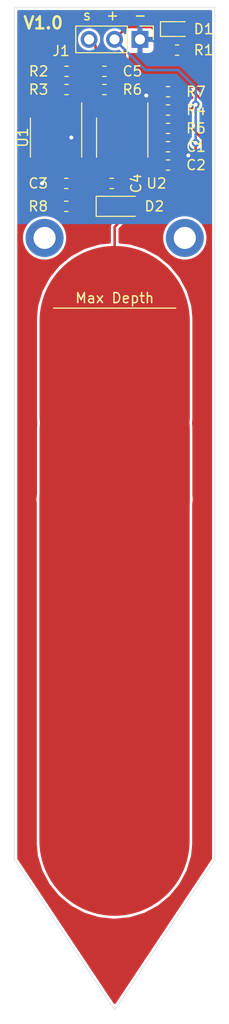
<source format=kicad_pcb>
(kicad_pcb (version 20171130) (host pcbnew "(5.1.8)-1")

  (general
    (thickness 1.6)
    (drawings 13)
    (tracks 92)
    (zones 0)
    (modules 20)
    (nets 13)
  )

  (page A4)
  (layers
    (0 F.Cu signal)
    (31 B.Cu signal)
    (32 B.Adhes user)
    (33 F.Adhes user)
    (34 B.Paste user)
    (35 F.Paste user)
    (36 B.SilkS user)
    (37 F.SilkS user)
    (38 B.Mask user)
    (39 F.Mask user)
    (40 Dwgs.User user)
    (41 Cmts.User user)
    (42 Eco1.User user)
    (43 Eco2.User user)
    (44 Edge.Cuts user)
    (45 Margin user)
    (46 B.CrtYd user)
    (47 F.CrtYd user)
    (48 B.Fab user)
    (49 F.Fab user hide)
  )

  (setup
    (last_trace_width 0.254)
    (user_trace_width 15)
    (trace_clearance 0.2032)
    (zone_clearance 0.254)
    (zone_45_only no)
    (trace_min 0.2)
    (via_size 0.8)
    (via_drill 0.4)
    (via_min_size 0.4)
    (via_min_drill 0.3)
    (uvia_size 0.3)
    (uvia_drill 0.1)
    (uvias_allowed no)
    (uvia_min_size 0.2)
    (uvia_min_drill 0.1)
    (edge_width 0.05)
    (segment_width 0.2)
    (pcb_text_width 0.3)
    (pcb_text_size 1.5 1.5)
    (mod_edge_width 0.12)
    (mod_text_size 1 1)
    (mod_text_width 0.15)
    (pad_size 3.8 3.8)
    (pad_drill 2.2)
    (pad_to_mask_clearance 0.051)
    (solder_mask_min_width 0.25)
    (aux_axis_origin 0 0)
    (visible_elements 7FFFFFFF)
    (pcbplotparams
      (layerselection 0x010fc_ffffffff)
      (usegerberextensions false)
      (usegerberattributes false)
      (usegerberadvancedattributes false)
      (creategerberjobfile false)
      (excludeedgelayer true)
      (linewidth 0.100000)
      (plotframeref false)
      (viasonmask false)
      (mode 1)
      (useauxorigin false)
      (hpglpennumber 1)
      (hpglpenspeed 20)
      (hpglpendiameter 15.000000)
      (psnegative false)
      (psa4output false)
      (plotreference true)
      (plotvalue true)
      (plotinvisibletext false)
      (padsonsilk false)
      (subtractmaskfromsilk false)
      (outputformat 1)
      (mirror false)
      (drillshape 0)
      (scaleselection 1)
      (outputdirectory "Gerber/"))
  )

  (net 0 "")
  (net 1 "Net-(C1-Pad2)")
  (net 2 GND)
  (net 3 +5V)
  (net 4 "Net-(C4-Pad2)")
  (net 5 Sig)
  (net 6 "Net-(D1-Pad2)")
  (net 7 "Net-(D2-Pad1)")
  (net 8 "Net-(D2-Pad2)")
  (net 9 "Net-(R2-Pad2)")
  (net 10 "Net-(R3-Pad2)")
  (net 11 "Net-(R4-Pad2)")
  (net 12 "Net-(R7-Pad1)")

  (net_class Default "This is the default net class."
    (clearance 0.2032)
    (trace_width 0.254)
    (via_dia 0.8)
    (via_drill 0.4)
    (uvia_dia 0.3)
    (uvia_drill 0.1)
    (add_net +5V)
    (add_net GND)
    (add_net "Net-(C1-Pad2)")
    (add_net "Net-(C4-Pad2)")
    (add_net "Net-(D1-Pad2)")
    (add_net "Net-(D2-Pad1)")
    (add_net "Net-(D2-Pad2)")
    (add_net "Net-(R2-Pad2)")
    (add_net "Net-(R3-Pad2)")
    (add_net "Net-(R4-Pad2)")
    (add_net "Net-(R7-Pad1)")
    (add_net Sig)
  )

  (module Capacitor_SMD:C_0603_1608Metric_Pad1.05x0.95mm_HandSolder (layer F.Cu) (tedit 5B301BBE) (tstamp 5FEA5196)
    (at 115.324 63.9064 180)
    (descr "Capacitor SMD 0603 (1608 Metric), square (rectangular) end terminal, IPC_7351 nominal with elongated pad for handsoldering. (Body size source: http://www.tortai-tech.com/upload/download/2011102023233369053.pdf), generated with kicad-footprint-generator")
    (tags "capacitor handsolder")
    (path /5FEC703F)
    (attr smd)
    (fp_text reference C1 (at -2.794 0) (layer F.SilkS)
      (effects (font (size 1 1) (thickness 0.15)))
    )
    (fp_text value "470 pF" (at 0 1.43) (layer F.Fab)
      (effects (font (size 1 1) (thickness 0.15)))
    )
    (fp_line (start -0.8 0.4) (end -0.8 -0.4) (layer F.Fab) (width 0.1))
    (fp_line (start -0.8 -0.4) (end 0.8 -0.4) (layer F.Fab) (width 0.1))
    (fp_line (start 0.8 -0.4) (end 0.8 0.4) (layer F.Fab) (width 0.1))
    (fp_line (start 0.8 0.4) (end -0.8 0.4) (layer F.Fab) (width 0.1))
    (fp_line (start -0.171267 -0.51) (end 0.171267 -0.51) (layer F.SilkS) (width 0.12))
    (fp_line (start -0.171267 0.51) (end 0.171267 0.51) (layer F.SilkS) (width 0.12))
    (fp_line (start -1.65 0.73) (end -1.65 -0.73) (layer F.CrtYd) (width 0.05))
    (fp_line (start -1.65 -0.73) (end 1.65 -0.73) (layer F.CrtYd) (width 0.05))
    (fp_line (start 1.65 -0.73) (end 1.65 0.73) (layer F.CrtYd) (width 0.05))
    (fp_line (start 1.65 0.73) (end -1.65 0.73) (layer F.CrtYd) (width 0.05))
    (fp_text user %R (at 0 0) (layer F.Fab)
      (effects (font (size 0.4 0.4) (thickness 0.06)))
    )
    (pad 2 smd roundrect (at 0.875 0 180) (size 1.05 0.95) (layers F.Cu F.Paste F.Mask) (roundrect_rratio 0.25)
      (net 1 "Net-(C1-Pad2)"))
    (pad 1 smd roundrect (at -0.875 0 180) (size 1.05 0.95) (layers F.Cu F.Paste F.Mask) (roundrect_rratio 0.25)
      (net 2 GND))
    (model ${KISYS3DMOD}/Capacitor_SMD.3dshapes/C_0603_1608Metric.wrl
      (at (xyz 0 0 0))
      (scale (xyz 1 1 1))
      (rotate (xyz 0 0 0))
    )
  )

  (module Capacitor_SMD:C_0603_1608Metric_Pad1.05x0.95mm_HandSolder (layer F.Cu) (tedit 5B301BBE) (tstamp 5FEA5166)
    (at 115.324 65.7352 180)
    (descr "Capacitor SMD 0603 (1608 Metric), square (rectangular) end terminal, IPC_7351 nominal with elongated pad for handsoldering. (Body size source: http://www.tortai-tech.com/upload/download/2011102023233369053.pdf), generated with kicad-footprint-generator")
    (tags "capacitor handsolder")
    (path /5FEA618B)
    (attr smd)
    (fp_text reference C2 (at -2.794 0) (layer F.SilkS)
      (effects (font (size 1 1) (thickness 0.15)))
    )
    (fp_text value "0.1 uF" (at 0 1.43) (layer F.Fab)
      (effects (font (size 1 1) (thickness 0.15)))
    )
    (fp_line (start 1.65 0.73) (end -1.65 0.73) (layer F.CrtYd) (width 0.05))
    (fp_line (start 1.65 -0.73) (end 1.65 0.73) (layer F.CrtYd) (width 0.05))
    (fp_line (start -1.65 -0.73) (end 1.65 -0.73) (layer F.CrtYd) (width 0.05))
    (fp_line (start -1.65 0.73) (end -1.65 -0.73) (layer F.CrtYd) (width 0.05))
    (fp_line (start -0.171267 0.51) (end 0.171267 0.51) (layer F.SilkS) (width 0.12))
    (fp_line (start -0.171267 -0.51) (end 0.171267 -0.51) (layer F.SilkS) (width 0.12))
    (fp_line (start 0.8 0.4) (end -0.8 0.4) (layer F.Fab) (width 0.1))
    (fp_line (start 0.8 -0.4) (end 0.8 0.4) (layer F.Fab) (width 0.1))
    (fp_line (start -0.8 -0.4) (end 0.8 -0.4) (layer F.Fab) (width 0.1))
    (fp_line (start -0.8 0.4) (end -0.8 -0.4) (layer F.Fab) (width 0.1))
    (fp_text user %R (at 0 0) (layer F.Fab)
      (effects (font (size 0.4 0.4) (thickness 0.06)))
    )
    (pad 1 smd roundrect (at -0.875 0 180) (size 1.05 0.95) (layers F.Cu F.Paste F.Mask) (roundrect_rratio 0.25)
      (net 2 GND))
    (pad 2 smd roundrect (at 0.875 0 180) (size 1.05 0.95) (layers F.Cu F.Paste F.Mask) (roundrect_rratio 0.25)
      (net 3 +5V))
    (model ${KISYS3DMOD}/Capacitor_SMD.3dshapes/C_0603_1608Metric.wrl
      (at (xyz 0 0 0))
      (scale (xyz 1 1 1))
      (rotate (xyz 0 0 0))
    )
  )

  (module Capacitor_SMD:C_0603_1608Metric_Pad1.05x0.95mm_HandSolder (layer F.Cu) (tedit 5B301BBE) (tstamp 5FEA50EE)
    (at 105.164 67.564)
    (descr "Capacitor SMD 0603 (1608 Metric), square (rectangular) end terminal, IPC_7351 nominal with elongated pad for handsoldering. (Body size source: http://www.tortai-tech.com/upload/download/2011102023233369053.pdf), generated with kicad-footprint-generator")
    (tags "capacitor handsolder")
    (path /5FF33D63)
    (attr smd)
    (fp_text reference C3 (at -2.794 0) (layer F.SilkS)
      (effects (font (size 1 1) (thickness 0.15)))
    )
    (fp_text value "0.1 uF" (at 0 1.43) (layer F.Fab)
      (effects (font (size 1 1) (thickness 0.15)))
    )
    (fp_line (start 1.65 0.73) (end -1.65 0.73) (layer F.CrtYd) (width 0.05))
    (fp_line (start 1.65 -0.73) (end 1.65 0.73) (layer F.CrtYd) (width 0.05))
    (fp_line (start -1.65 -0.73) (end 1.65 -0.73) (layer F.CrtYd) (width 0.05))
    (fp_line (start -1.65 0.73) (end -1.65 -0.73) (layer F.CrtYd) (width 0.05))
    (fp_line (start -0.171267 0.51) (end 0.171267 0.51) (layer F.SilkS) (width 0.12))
    (fp_line (start -0.171267 -0.51) (end 0.171267 -0.51) (layer F.SilkS) (width 0.12))
    (fp_line (start 0.8 0.4) (end -0.8 0.4) (layer F.Fab) (width 0.1))
    (fp_line (start 0.8 -0.4) (end 0.8 0.4) (layer F.Fab) (width 0.1))
    (fp_line (start -0.8 -0.4) (end 0.8 -0.4) (layer F.Fab) (width 0.1))
    (fp_line (start -0.8 0.4) (end -0.8 -0.4) (layer F.Fab) (width 0.1))
    (fp_text user %R (at 0 0) (layer F.Fab)
      (effects (font (size 0.4 0.4) (thickness 0.06)))
    )
    (pad 1 smd roundrect (at -0.875 0) (size 1.05 0.95) (layers F.Cu F.Paste F.Mask) (roundrect_rratio 0.25)
      (net 2 GND))
    (pad 2 smd roundrect (at 0.875 0) (size 1.05 0.95) (layers F.Cu F.Paste F.Mask) (roundrect_rratio 0.25)
      (net 3 +5V))
    (model ${KISYS3DMOD}/Capacitor_SMD.3dshapes/C_0603_1608Metric.wrl
      (at (xyz 0 0 0))
      (scale (xyz 1 1 1))
      (rotate (xyz 0 0 0))
    )
  )

  (module Capacitor_SMD:C_0603_1608Metric_Pad1.05x0.95mm_HandSolder (layer F.Cu) (tedit 5B301BBE) (tstamp 5FEA50BE)
    (at 109.702 67.564 180)
    (descr "Capacitor SMD 0603 (1608 Metric), square (rectangular) end terminal, IPC_7351 nominal with elongated pad for handsoldering. (Body size source: http://www.tortai-tech.com/upload/download/2011102023233369053.pdf), generated with kicad-footprint-generator")
    (tags "capacitor handsolder")
    (path /5FECD032)
    (attr smd)
    (fp_text reference C4 (at -2.439 0 90) (layer F.SilkS)
      (effects (font (size 1 1) (thickness 0.15)))
    )
    (fp_text value "10 nF" (at 0 1.43) (layer F.Fab)
      (effects (font (size 1 1) (thickness 0.15)))
    )
    (fp_line (start 1.65 0.73) (end -1.65 0.73) (layer F.CrtYd) (width 0.05))
    (fp_line (start 1.65 -0.73) (end 1.65 0.73) (layer F.CrtYd) (width 0.05))
    (fp_line (start -1.65 -0.73) (end 1.65 -0.73) (layer F.CrtYd) (width 0.05))
    (fp_line (start -1.65 0.73) (end -1.65 -0.73) (layer F.CrtYd) (width 0.05))
    (fp_line (start -0.171267 0.51) (end 0.171267 0.51) (layer F.SilkS) (width 0.12))
    (fp_line (start -0.171267 -0.51) (end 0.171267 -0.51) (layer F.SilkS) (width 0.12))
    (fp_line (start 0.8 0.4) (end -0.8 0.4) (layer F.Fab) (width 0.1))
    (fp_line (start 0.8 -0.4) (end 0.8 0.4) (layer F.Fab) (width 0.1))
    (fp_line (start -0.8 -0.4) (end 0.8 -0.4) (layer F.Fab) (width 0.1))
    (fp_line (start -0.8 0.4) (end -0.8 -0.4) (layer F.Fab) (width 0.1))
    (fp_text user %R (at 0 0) (layer F.Fab)
      (effects (font (size 0.4 0.4) (thickness 0.06)))
    )
    (pad 1 smd roundrect (at -0.875 0 180) (size 1.05 0.95) (layers F.Cu F.Paste F.Mask) (roundrect_rratio 0.25)
      (net 2 GND))
    (pad 2 smd roundrect (at 0.875 0 180) (size 1.05 0.95) (layers F.Cu F.Paste F.Mask) (roundrect_rratio 0.25)
      (net 4 "Net-(C4-Pad2)"))
    (model ${KISYS3DMOD}/Capacitor_SMD.3dshapes/C_0603_1608Metric.wrl
      (at (xyz 0 0 0))
      (scale (xyz 1 1 1))
      (rotate (xyz 0 0 0))
    )
  )

  (module Capacitor_SMD:C_0603_1608Metric_Pad1.05x0.95mm_HandSolder (layer F.Cu) (tedit 5B301BBE) (tstamp 5FEA51C6)
    (at 108.974 56.388 180)
    (descr "Capacitor SMD 0603 (1608 Metric), square (rectangular) end terminal, IPC_7351 nominal with elongated pad for handsoldering. (Body size source: http://www.tortai-tech.com/upload/download/2011102023233369053.pdf), generated with kicad-footprint-generator")
    (tags "capacitor handsolder")
    (path /5FF2915B)
    (attr smd)
    (fp_text reference C5 (at -2.794 0) (layer F.SilkS)
      (effects (font (size 1 1) (thickness 0.15)))
    )
    (fp_text value "4.7 uF" (at 0 1.43) (layer F.Fab)
      (effects (font (size 1 1) (thickness 0.15)))
    )
    (fp_line (start -0.8 0.4) (end -0.8 -0.4) (layer F.Fab) (width 0.1))
    (fp_line (start -0.8 -0.4) (end 0.8 -0.4) (layer F.Fab) (width 0.1))
    (fp_line (start 0.8 -0.4) (end 0.8 0.4) (layer F.Fab) (width 0.1))
    (fp_line (start 0.8 0.4) (end -0.8 0.4) (layer F.Fab) (width 0.1))
    (fp_line (start -0.171267 -0.51) (end 0.171267 -0.51) (layer F.SilkS) (width 0.12))
    (fp_line (start -0.171267 0.51) (end 0.171267 0.51) (layer F.SilkS) (width 0.12))
    (fp_line (start -1.65 0.73) (end -1.65 -0.73) (layer F.CrtYd) (width 0.05))
    (fp_line (start -1.65 -0.73) (end 1.65 -0.73) (layer F.CrtYd) (width 0.05))
    (fp_line (start 1.65 -0.73) (end 1.65 0.73) (layer F.CrtYd) (width 0.05))
    (fp_line (start 1.65 0.73) (end -1.65 0.73) (layer F.CrtYd) (width 0.05))
    (fp_text user %R (at 0 0) (layer F.Fab)
      (effects (font (size 0.4 0.4) (thickness 0.06)))
    )
    (pad 2 smd roundrect (at 0.875 0 180) (size 1.05 0.95) (layers F.Cu F.Paste F.Mask) (roundrect_rratio 0.25)
      (net 5 Sig))
    (pad 1 smd roundrect (at -0.875 0 180) (size 1.05 0.95) (layers F.Cu F.Paste F.Mask) (roundrect_rratio 0.25)
      (net 2 GND))
    (model ${KISYS3DMOD}/Capacitor_SMD.3dshapes/C_0603_1608Metric.wrl
      (at (xyz 0 0 0))
      (scale (xyz 1 1 1))
      (rotate (xyz 0 0 0))
    )
  )

  (module LED_SMD:LED_0603_1608Metric_Pad1.05x0.95mm_HandSolder (layer F.Cu) (tedit 5B4B45C9) (tstamp 5FE968BB)
    (at 116.232 52.175)
    (descr "LED SMD 0603 (1608 Metric), square (rectangular) end terminal, IPC_7351 nominal, (Body size source: http://www.tortai-tech.com/upload/download/2011102023233369053.pdf), generated with kicad-footprint-generator")
    (tags "LED handsolder")
    (path /5FE8F924)
    (attr smd)
    (fp_text reference D1 (at 2.64 0) (layer F.SilkS)
      (effects (font (size 1 1) (thickness 0.15)))
    )
    (fp_text value "Green 2.2V 20mA" (at 0 1.43) (layer F.Fab)
      (effects (font (size 1 1) (thickness 0.15)))
    )
    (fp_line (start 1.65 0.73) (end -1.65 0.73) (layer F.CrtYd) (width 0.05))
    (fp_line (start 1.65 -0.73) (end 1.65 0.73) (layer F.CrtYd) (width 0.05))
    (fp_line (start -1.65 -0.73) (end 1.65 -0.73) (layer F.CrtYd) (width 0.05))
    (fp_line (start -1.65 0.73) (end -1.65 -0.73) (layer F.CrtYd) (width 0.05))
    (fp_line (start -1.66 0.735) (end 0.8 0.735) (layer F.SilkS) (width 0.12))
    (fp_line (start -1.66 -0.735) (end -1.66 0.735) (layer F.SilkS) (width 0.12))
    (fp_line (start 0.8 -0.735) (end -1.66 -0.735) (layer F.SilkS) (width 0.12))
    (fp_line (start 0.8 0.4) (end 0.8 -0.4) (layer F.Fab) (width 0.1))
    (fp_line (start -0.8 0.4) (end 0.8 0.4) (layer F.Fab) (width 0.1))
    (fp_line (start -0.8 -0.1) (end -0.8 0.4) (layer F.Fab) (width 0.1))
    (fp_line (start -0.5 -0.4) (end -0.8 -0.1) (layer F.Fab) (width 0.1))
    (fp_line (start 0.8 -0.4) (end -0.5 -0.4) (layer F.Fab) (width 0.1))
    (fp_text user %R (at 0 0) (layer F.Fab)
      (effects (font (size 0.4 0.4) (thickness 0.06)))
    )
    (pad 1 smd roundrect (at -0.875 0) (size 1.05 0.95) (layers F.Cu F.Paste F.Mask) (roundrect_rratio 0.25)
      (net 2 GND))
    (pad 2 smd roundrect (at 0.875 0) (size 1.05 0.95) (layers F.Cu F.Paste F.Mask) (roundrect_rratio 0.25)
      (net 6 "Net-(D1-Pad2)"))
    (model ${KISYS3DMOD}/LED_SMD.3dshapes/LED_0603_1608Metric.wrl
      (at (xyz 0 0 0))
      (scale (xyz 1 1 1))
      (rotate (xyz 0 0 0))
    )
  )

  (module Diode_SMD:D_SOD-123 (layer F.Cu) (tedit 58645DC7) (tstamp 5FEA5126)
    (at 110.402 69.85)
    (descr SOD-123)
    (tags SOD-123)
    (path /5FF48E2E)
    (attr smd)
    (fp_text reference D2 (at 3.556 0) (layer F.SilkS)
      (effects (font (size 1 1) (thickness 0.15)))
    )
    (fp_text value 4148 (at 0 2.1) (layer F.Fab)
      (effects (font (size 1 1) (thickness 0.15)))
    )
    (fp_line (start -2.25 -1) (end 1.65 -1) (layer F.SilkS) (width 0.12))
    (fp_line (start -2.25 1) (end 1.65 1) (layer F.SilkS) (width 0.12))
    (fp_line (start -2.35 -1.15) (end -2.35 1.15) (layer F.CrtYd) (width 0.05))
    (fp_line (start 2.35 1.15) (end -2.35 1.15) (layer F.CrtYd) (width 0.05))
    (fp_line (start 2.35 -1.15) (end 2.35 1.15) (layer F.CrtYd) (width 0.05))
    (fp_line (start -2.35 -1.15) (end 2.35 -1.15) (layer F.CrtYd) (width 0.05))
    (fp_line (start -1.4 -0.9) (end 1.4 -0.9) (layer F.Fab) (width 0.1))
    (fp_line (start 1.4 -0.9) (end 1.4 0.9) (layer F.Fab) (width 0.1))
    (fp_line (start 1.4 0.9) (end -1.4 0.9) (layer F.Fab) (width 0.1))
    (fp_line (start -1.4 0.9) (end -1.4 -0.9) (layer F.Fab) (width 0.1))
    (fp_line (start -0.75 0) (end -0.35 0) (layer F.Fab) (width 0.1))
    (fp_line (start -0.35 0) (end -0.35 -0.55) (layer F.Fab) (width 0.1))
    (fp_line (start -0.35 0) (end -0.35 0.55) (layer F.Fab) (width 0.1))
    (fp_line (start -0.35 0) (end 0.25 -0.4) (layer F.Fab) (width 0.1))
    (fp_line (start 0.25 -0.4) (end 0.25 0.4) (layer F.Fab) (width 0.1))
    (fp_line (start 0.25 0.4) (end -0.35 0) (layer F.Fab) (width 0.1))
    (fp_line (start 0.25 0) (end 0.75 0) (layer F.Fab) (width 0.1))
    (fp_line (start -2.25 -1) (end -2.25 1) (layer F.SilkS) (width 0.12))
    (fp_text user %R (at 0 -2) (layer F.Fab)
      (effects (font (size 1 1) (thickness 0.15)))
    )
    (pad 1 smd rect (at -1.65 0) (size 0.9 1.2) (layers F.Cu F.Paste F.Mask)
      (net 7 "Net-(D2-Pad1)"))
    (pad 2 smd rect (at 1.65 0) (size 0.9 1.2) (layers F.Cu F.Paste F.Mask)
      (net 8 "Net-(D2-Pad2)"))
    (model ${KISYS3DMOD}/Diode_SMD.3dshapes/D_SOD-123.wrl
      (at (xyz 0 0 0))
      (scale (xyz 1 1 1))
      (rotate (xyz 0 0 0))
    )
  )

  (module Resistor_SMD:R_0603_1608Metric_Pad1.05x0.95mm_HandSolder (layer F.Cu) (tedit 5B301BBD) (tstamp 5FE968FC)
    (at 116.232 54.275)
    (descr "Resistor SMD 0603 (1608 Metric), square (rectangular) end terminal, IPC_7351 nominal with elongated pad for handsoldering. (Body size source: http://www.tortai-tech.com/upload/download/2011102023233369053.pdf), generated with kicad-footprint-generator")
    (tags "resistor handsolder")
    (path /5FE8F3C9)
    (attr smd)
    (fp_text reference R1 (at 2.64 0) (layer F.SilkS)
      (effects (font (size 1 1) (thickness 0.15)))
    )
    (fp_text value "150 ohm" (at 0 1.43) (layer F.Fab)
      (effects (font (size 1 1) (thickness 0.15)))
    )
    (fp_line (start 1.65 0.73) (end -1.65 0.73) (layer F.CrtYd) (width 0.05))
    (fp_line (start 1.65 -0.73) (end 1.65 0.73) (layer F.CrtYd) (width 0.05))
    (fp_line (start -1.65 -0.73) (end 1.65 -0.73) (layer F.CrtYd) (width 0.05))
    (fp_line (start -1.65 0.73) (end -1.65 -0.73) (layer F.CrtYd) (width 0.05))
    (fp_line (start -0.171267 0.51) (end 0.171267 0.51) (layer F.SilkS) (width 0.12))
    (fp_line (start -0.171267 -0.51) (end 0.171267 -0.51) (layer F.SilkS) (width 0.12))
    (fp_line (start 0.8 0.4) (end -0.8 0.4) (layer F.Fab) (width 0.1))
    (fp_line (start 0.8 -0.4) (end 0.8 0.4) (layer F.Fab) (width 0.1))
    (fp_line (start -0.8 -0.4) (end 0.8 -0.4) (layer F.Fab) (width 0.1))
    (fp_line (start -0.8 0.4) (end -0.8 -0.4) (layer F.Fab) (width 0.1))
    (fp_text user %R (at 0 0) (layer F.Fab)
      (effects (font (size 0.4 0.4) (thickness 0.06)))
    )
    (pad 1 smd roundrect (at -0.875 0) (size 1.05 0.95) (layers F.Cu F.Paste F.Mask) (roundrect_rratio 0.25)
      (net 3 +5V))
    (pad 2 smd roundrect (at 0.875 0) (size 1.05 0.95) (layers F.Cu F.Paste F.Mask) (roundrect_rratio 0.25)
      (net 6 "Net-(D1-Pad2)"))
    (model ${KISYS3DMOD}/Resistor_SMD.3dshapes/R_0603_1608Metric.wrl
      (at (xyz 0 0 0))
      (scale (xyz 1 1 1))
      (rotate (xyz 0 0 0))
    )
  )

  (module Resistor_SMD:R_0603_1608Metric_Pad1.05x0.95mm_HandSolder (layer F.Cu) (tedit 5B301BBD) (tstamp 5FEA5364)
    (at 105.198 56.388)
    (descr "Resistor SMD 0603 (1608 Metric), square (rectangular) end terminal, IPC_7351 nominal with elongated pad for handsoldering. (Body size source: http://www.tortai-tech.com/upload/download/2011102023233369053.pdf), generated with kicad-footprint-generator")
    (tags "resistor handsolder")
    (path /5FF3C447)
    (attr smd)
    (fp_text reference R2 (at -2.794 0) (layer F.SilkS)
      (effects (font (size 1 1) (thickness 0.15)))
    )
    (fp_text value DNP (at 0 1.43) (layer F.Fab)
      (effects (font (size 1 1) (thickness 0.15)))
    )
    (fp_line (start -0.8 0.4) (end -0.8 -0.4) (layer F.Fab) (width 0.1))
    (fp_line (start -0.8 -0.4) (end 0.8 -0.4) (layer F.Fab) (width 0.1))
    (fp_line (start 0.8 -0.4) (end 0.8 0.4) (layer F.Fab) (width 0.1))
    (fp_line (start 0.8 0.4) (end -0.8 0.4) (layer F.Fab) (width 0.1))
    (fp_line (start -0.171267 -0.51) (end 0.171267 -0.51) (layer F.SilkS) (width 0.12))
    (fp_line (start -0.171267 0.51) (end 0.171267 0.51) (layer F.SilkS) (width 0.12))
    (fp_line (start -1.65 0.73) (end -1.65 -0.73) (layer F.CrtYd) (width 0.05))
    (fp_line (start -1.65 -0.73) (end 1.65 -0.73) (layer F.CrtYd) (width 0.05))
    (fp_line (start 1.65 -0.73) (end 1.65 0.73) (layer F.CrtYd) (width 0.05))
    (fp_line (start 1.65 0.73) (end -1.65 0.73) (layer F.CrtYd) (width 0.05))
    (fp_text user %R (at 0 0) (layer F.Fab)
      (effects (font (size 0.4 0.4) (thickness 0.06)))
    )
    (pad 2 smd roundrect (at 0.875 0) (size 1.05 0.95) (layers F.Cu F.Paste F.Mask) (roundrect_rratio 0.25)
      (net 9 "Net-(R2-Pad2)"))
    (pad 1 smd roundrect (at -0.875 0) (size 1.05 0.95) (layers F.Cu F.Paste F.Mask) (roundrect_rratio 0.25)
      (net 2 GND))
    (model ${KISYS3DMOD}/Resistor_SMD.3dshapes/R_0603_1608Metric.wrl
      (at (xyz 0 0 0))
      (scale (xyz 1 1 1))
      (rotate (xyz 0 0 0))
    )
  )

  (module Resistor_SMD:R_0603_1608Metric_Pad1.05x0.95mm_HandSolder (layer F.Cu) (tedit 5B301BBD) (tstamp 5FEA52A4)
    (at 105.198 58.205)
    (descr "Resistor SMD 0603 (1608 Metric), square (rectangular) end terminal, IPC_7351 nominal with elongated pad for handsoldering. (Body size source: http://www.tortai-tech.com/upload/download/2011102023233369053.pdf), generated with kicad-footprint-generator")
    (tags "resistor handsolder")
    (path /5FF3B049)
    (attr smd)
    (fp_text reference R3 (at -2.794 0) (layer F.SilkS)
      (effects (font (size 1 1) (thickness 0.15)))
    )
    (fp_text value "0 ohm" (at 0 1.43) (layer F.Fab)
      (effects (font (size 1 1) (thickness 0.15)))
    )
    (fp_line (start 1.65 0.73) (end -1.65 0.73) (layer F.CrtYd) (width 0.05))
    (fp_line (start 1.65 -0.73) (end 1.65 0.73) (layer F.CrtYd) (width 0.05))
    (fp_line (start -1.65 -0.73) (end 1.65 -0.73) (layer F.CrtYd) (width 0.05))
    (fp_line (start -1.65 0.73) (end -1.65 -0.73) (layer F.CrtYd) (width 0.05))
    (fp_line (start -0.171267 0.51) (end 0.171267 0.51) (layer F.SilkS) (width 0.12))
    (fp_line (start -0.171267 -0.51) (end 0.171267 -0.51) (layer F.SilkS) (width 0.12))
    (fp_line (start 0.8 0.4) (end -0.8 0.4) (layer F.Fab) (width 0.1))
    (fp_line (start 0.8 -0.4) (end 0.8 0.4) (layer F.Fab) (width 0.1))
    (fp_line (start -0.8 -0.4) (end 0.8 -0.4) (layer F.Fab) (width 0.1))
    (fp_line (start -0.8 0.4) (end -0.8 -0.4) (layer F.Fab) (width 0.1))
    (fp_text user %R (at 0 0) (layer F.Fab)
      (effects (font (size 0.4 0.4) (thickness 0.06)))
    )
    (pad 1 smd roundrect (at -0.875 0) (size 1.05 0.95) (layers F.Cu F.Paste F.Mask) (roundrect_rratio 0.25)
      (net 9 "Net-(R2-Pad2)"))
    (pad 2 smd roundrect (at 0.875 0) (size 1.05 0.95) (layers F.Cu F.Paste F.Mask) (roundrect_rratio 0.25)
      (net 10 "Net-(R3-Pad2)"))
    (model ${KISYS3DMOD}/Resistor_SMD.3dshapes/R_0603_1608Metric.wrl
      (at (xyz 0 0 0))
      (scale (xyz 1 1 1))
      (rotate (xyz 0 0 0))
    )
  )

  (module Resistor_SMD:R_0603_1608Metric_Pad1.05x0.95mm_HandSolder (layer F.Cu) (tedit 5B301BBD) (tstamp 5FEA51F9)
    (at 115.324 60.2488 180)
    (descr "Resistor SMD 0603 (1608 Metric), square (rectangular) end terminal, IPC_7351 nominal with elongated pad for handsoldering. (Body size source: http://www.tortai-tech.com/upload/download/2011102023233369053.pdf), generated with kicad-footprint-generator")
    (tags "resistor handsolder")
    (path /5FEC3053)
    (attr smd)
    (fp_text reference R4 (at -2.794 0) (layer F.SilkS)
      (effects (font (size 1 1) (thickness 0.15)))
    )
    (fp_text value "1.5 kohm" (at 0 1.43) (layer F.Fab)
      (effects (font (size 1 1) (thickness 0.15)))
    )
    (fp_line (start -0.8 0.4) (end -0.8 -0.4) (layer F.Fab) (width 0.1))
    (fp_line (start -0.8 -0.4) (end 0.8 -0.4) (layer F.Fab) (width 0.1))
    (fp_line (start 0.8 -0.4) (end 0.8 0.4) (layer F.Fab) (width 0.1))
    (fp_line (start 0.8 0.4) (end -0.8 0.4) (layer F.Fab) (width 0.1))
    (fp_line (start -0.171267 -0.51) (end 0.171267 -0.51) (layer F.SilkS) (width 0.12))
    (fp_line (start -0.171267 0.51) (end 0.171267 0.51) (layer F.SilkS) (width 0.12))
    (fp_line (start -1.65 0.73) (end -1.65 -0.73) (layer F.CrtYd) (width 0.05))
    (fp_line (start -1.65 -0.73) (end 1.65 -0.73) (layer F.CrtYd) (width 0.05))
    (fp_line (start 1.65 -0.73) (end 1.65 0.73) (layer F.CrtYd) (width 0.05))
    (fp_line (start 1.65 0.73) (end -1.65 0.73) (layer F.CrtYd) (width 0.05))
    (fp_text user %R (at 0 0) (layer F.Fab)
      (effects (font (size 0.4 0.4) (thickness 0.06)))
    )
    (pad 2 smd roundrect (at 0.875 0 180) (size 1.05 0.95) (layers F.Cu F.Paste F.Mask) (roundrect_rratio 0.25)
      (net 11 "Net-(R4-Pad2)"))
    (pad 1 smd roundrect (at -0.875 0 180) (size 1.05 0.95) (layers F.Cu F.Paste F.Mask) (roundrect_rratio 0.25)
      (net 3 +5V))
    (model ${KISYS3DMOD}/Resistor_SMD.3dshapes/R_0603_1608Metric.wrl
      (at (xyz 0 0 0))
      (scale (xyz 1 1 1))
      (rotate (xyz 0 0 0))
    )
  )

  (module Resistor_SMD:R_0603_1608Metric_Pad1.05x0.95mm_HandSolder (layer F.Cu) (tedit 5B301BBD) (tstamp 5FEA5334)
    (at 115.324 62.0776 180)
    (descr "Resistor SMD 0603 (1608 Metric), square (rectangular) end terminal, IPC_7351 nominal with elongated pad for handsoldering. (Body size source: http://www.tortai-tech.com/upload/download/2011102023233369053.pdf), generated with kicad-footprint-generator")
    (tags "resistor handsolder")
    (path /5FEC5D9C)
    (attr smd)
    (fp_text reference R5 (at -2.794 0) (layer F.SilkS)
      (effects (font (size 1 1) (thickness 0.15)))
    )
    (fp_text value "2.4 kohm" (at 0 1.43) (layer F.Fab)
      (effects (font (size 1 1) (thickness 0.15)))
    )
    (fp_line (start 1.65 0.73) (end -1.65 0.73) (layer F.CrtYd) (width 0.05))
    (fp_line (start 1.65 -0.73) (end 1.65 0.73) (layer F.CrtYd) (width 0.05))
    (fp_line (start -1.65 -0.73) (end 1.65 -0.73) (layer F.CrtYd) (width 0.05))
    (fp_line (start -1.65 0.73) (end -1.65 -0.73) (layer F.CrtYd) (width 0.05))
    (fp_line (start -0.171267 0.51) (end 0.171267 0.51) (layer F.SilkS) (width 0.12))
    (fp_line (start -0.171267 -0.51) (end 0.171267 -0.51) (layer F.SilkS) (width 0.12))
    (fp_line (start 0.8 0.4) (end -0.8 0.4) (layer F.Fab) (width 0.1))
    (fp_line (start 0.8 -0.4) (end 0.8 0.4) (layer F.Fab) (width 0.1))
    (fp_line (start -0.8 -0.4) (end 0.8 -0.4) (layer F.Fab) (width 0.1))
    (fp_line (start -0.8 0.4) (end -0.8 -0.4) (layer F.Fab) (width 0.1))
    (fp_text user %R (at 0 0) (layer F.Fab)
      (effects (font (size 0.4 0.4) (thickness 0.06)))
    )
    (pad 1 smd roundrect (at -0.875 0 180) (size 1.05 0.95) (layers F.Cu F.Paste F.Mask) (roundrect_rratio 0.25)
      (net 11 "Net-(R4-Pad2)"))
    (pad 2 smd roundrect (at 0.875 0 180) (size 1.05 0.95) (layers F.Cu F.Paste F.Mask) (roundrect_rratio 0.25)
      (net 1 "Net-(C1-Pad2)"))
    (model ${KISYS3DMOD}/Resistor_SMD.3dshapes/R_0603_1608Metric.wrl
      (at (xyz 0 0 0))
      (scale (xyz 1 1 1))
      (rotate (xyz 0 0 0))
    )
  )

  (module Resistor_SMD:R_0603_1608Metric_Pad1.05x0.95mm_HandSolder (layer F.Cu) (tedit 5B301BBD) (tstamp 5FEA5304)
    (at 108.974 58.205)
    (descr "Resistor SMD 0603 (1608 Metric), square (rectangular) end terminal, IPC_7351 nominal with elongated pad for handsoldering. (Body size source: http://www.tortai-tech.com/upload/download/2011102023233369053.pdf), generated with kicad-footprint-generator")
    (tags "resistor handsolder")
    (path /5FF27F39)
    (attr smd)
    (fp_text reference R6 (at 2.794 0) (layer F.SilkS)
      (effects (font (size 1 1) (thickness 0.15)))
    )
    (fp_text value "100 ohm" (at 0 1.43) (layer F.Fab)
      (effects (font (size 1 1) (thickness 0.15)))
    )
    (fp_line (start -0.8 0.4) (end -0.8 -0.4) (layer F.Fab) (width 0.1))
    (fp_line (start -0.8 -0.4) (end 0.8 -0.4) (layer F.Fab) (width 0.1))
    (fp_line (start 0.8 -0.4) (end 0.8 0.4) (layer F.Fab) (width 0.1))
    (fp_line (start 0.8 0.4) (end -0.8 0.4) (layer F.Fab) (width 0.1))
    (fp_line (start -0.171267 -0.51) (end 0.171267 -0.51) (layer F.SilkS) (width 0.12))
    (fp_line (start -0.171267 0.51) (end 0.171267 0.51) (layer F.SilkS) (width 0.12))
    (fp_line (start -1.65 0.73) (end -1.65 -0.73) (layer F.CrtYd) (width 0.05))
    (fp_line (start -1.65 -0.73) (end 1.65 -0.73) (layer F.CrtYd) (width 0.05))
    (fp_line (start 1.65 -0.73) (end 1.65 0.73) (layer F.CrtYd) (width 0.05))
    (fp_line (start 1.65 0.73) (end -1.65 0.73) (layer F.CrtYd) (width 0.05))
    (fp_text user %R (at 0 0) (layer F.Fab)
      (effects (font (size 0.4 0.4) (thickness 0.06)))
    )
    (pad 2 smd roundrect (at 0.875 0) (size 1.05 0.95) (layers F.Cu F.Paste F.Mask) (roundrect_rratio 0.25)
      (net 5 Sig))
    (pad 1 smd roundrect (at -0.875 0) (size 1.05 0.95) (layers F.Cu F.Paste F.Mask) (roundrect_rratio 0.25)
      (net 10 "Net-(R3-Pad2)"))
    (model ${KISYS3DMOD}/Resistor_SMD.3dshapes/R_0603_1608Metric.wrl
      (at (xyz 0 0 0))
      (scale (xyz 1 1 1))
      (rotate (xyz 0 0 0))
    )
  )

  (module Resistor_SMD:R_0603_1608Metric_Pad1.05x0.95mm_HandSolder (layer F.Cu) (tedit 5B301BBD) (tstamp 5FEA52D4)
    (at 115.324 58.42)
    (descr "Resistor SMD 0603 (1608 Metric), square (rectangular) end terminal, IPC_7351 nominal with elongated pad for handsoldering. (Body size source: http://www.tortai-tech.com/upload/download/2011102023233369053.pdf), generated with kicad-footprint-generator")
    (tags "resistor handsolder")
    (path /5FEE7461)
    (attr smd)
    (fp_text reference R7 (at 2.794 0) (layer F.SilkS)
      (effects (font (size 1 1) (thickness 0.15)))
    )
    (fp_text value "10 kohm" (at 0 1.43) (layer F.Fab)
      (effects (font (size 1 1) (thickness 0.15)))
    )
    (fp_line (start -0.8 0.4) (end -0.8 -0.4) (layer F.Fab) (width 0.1))
    (fp_line (start -0.8 -0.4) (end 0.8 -0.4) (layer F.Fab) (width 0.1))
    (fp_line (start 0.8 -0.4) (end 0.8 0.4) (layer F.Fab) (width 0.1))
    (fp_line (start 0.8 0.4) (end -0.8 0.4) (layer F.Fab) (width 0.1))
    (fp_line (start -0.171267 -0.51) (end 0.171267 -0.51) (layer F.SilkS) (width 0.12))
    (fp_line (start -0.171267 0.51) (end 0.171267 0.51) (layer F.SilkS) (width 0.12))
    (fp_line (start -1.65 0.73) (end -1.65 -0.73) (layer F.CrtYd) (width 0.05))
    (fp_line (start -1.65 -0.73) (end 1.65 -0.73) (layer F.CrtYd) (width 0.05))
    (fp_line (start 1.65 -0.73) (end 1.65 0.73) (layer F.CrtYd) (width 0.05))
    (fp_line (start 1.65 0.73) (end -1.65 0.73) (layer F.CrtYd) (width 0.05))
    (fp_text user %R (at 0 0) (layer F.Fab)
      (effects (font (size 0.4 0.4) (thickness 0.06)))
    )
    (pad 2 smd roundrect (at 0.875 0) (size 1.05 0.95) (layers F.Cu F.Paste F.Mask) (roundrect_rratio 0.25)
      (net 8 "Net-(D2-Pad2)"))
    (pad 1 smd roundrect (at -0.875 0) (size 1.05 0.95) (layers F.Cu F.Paste F.Mask) (roundrect_rratio 0.25)
      (net 12 "Net-(R7-Pad1)"))
    (model ${KISYS3DMOD}/Resistor_SMD.3dshapes/R_0603_1608Metric.wrl
      (at (xyz 0 0 0))
      (scale (xyz 1 1 1))
      (rotate (xyz 0 0 0))
    )
  )

  (module Resistor_SMD:R_0603_1608Metric_Pad1.05x0.95mm_HandSolder (layer F.Cu) (tedit 5B301BBD) (tstamp 5FEA5274)
    (at 105.164 69.85 180)
    (descr "Resistor SMD 0603 (1608 Metric), square (rectangular) end terminal, IPC_7351 nominal with elongated pad for handsoldering. (Body size source: http://www.tortai-tech.com/upload/download/2011102023233369053.pdf), generated with kicad-footprint-generator")
    (tags "resistor handsolder")
    (path /5FF54656)
    (attr smd)
    (fp_text reference R8 (at 2.794 0) (layer F.SilkS)
      (effects (font (size 1 1) (thickness 0.15)))
    )
    (fp_text value "1 Mohm" (at 0 1.43) (layer F.Fab)
      (effects (font (size 1 1) (thickness 0.15)))
    )
    (fp_line (start 1.65 0.73) (end -1.65 0.73) (layer F.CrtYd) (width 0.05))
    (fp_line (start 1.65 -0.73) (end 1.65 0.73) (layer F.CrtYd) (width 0.05))
    (fp_line (start -1.65 -0.73) (end 1.65 -0.73) (layer F.CrtYd) (width 0.05))
    (fp_line (start -1.65 0.73) (end -1.65 -0.73) (layer F.CrtYd) (width 0.05))
    (fp_line (start -0.171267 0.51) (end 0.171267 0.51) (layer F.SilkS) (width 0.12))
    (fp_line (start -0.171267 -0.51) (end 0.171267 -0.51) (layer F.SilkS) (width 0.12))
    (fp_line (start 0.8 0.4) (end -0.8 0.4) (layer F.Fab) (width 0.1))
    (fp_line (start 0.8 -0.4) (end 0.8 0.4) (layer F.Fab) (width 0.1))
    (fp_line (start -0.8 -0.4) (end 0.8 -0.4) (layer F.Fab) (width 0.1))
    (fp_line (start -0.8 0.4) (end -0.8 -0.4) (layer F.Fab) (width 0.1))
    (fp_text user %R (at 0 0) (layer F.Fab)
      (effects (font (size 0.4 0.4) (thickness 0.06)))
    )
    (pad 1 smd roundrect (at -0.875 0 180) (size 1.05 0.95) (layers F.Cu F.Paste F.Mask) (roundrect_rratio 0.25)
      (net 7 "Net-(D2-Pad1)"))
    (pad 2 smd roundrect (at 0.875 0 180) (size 1.05 0.95) (layers F.Cu F.Paste F.Mask) (roundrect_rratio 0.25)
      (net 2 GND))
    (model ${KISYS3DMOD}/Resistor_SMD.3dshapes/R_0603_1608Metric.wrl
      (at (xyz 0 0 0))
      (scale (xyz 1 1 1))
      (rotate (xyz 0 0 0))
    )
  )

  (module Package_SO:SOIC-8_3.9x4.9mm_P1.27mm (layer F.Cu) (tedit 5C97300E) (tstamp 5FEA539D)
    (at 104.148 62.992 270)
    (descr "SOIC, 8 Pin (JEDEC MS-012AA, https://www.analog.com/media/en/package-pcb-resources/package/pkg_pdf/soic_narrow-r/r_8.pdf), generated with kicad-footprint-generator ipc_gullwing_generator.py")
    (tags "SOIC SO")
    (path /5FF1E438)
    (attr smd)
    (fp_text reference U1 (at 0 3.31 90) (layer F.SilkS)
      (effects (font (size 1 1) (thickness 0.15)))
    )
    (fp_text value LMV358 (at 0 3.4 90) (layer F.Fab)
      (effects (font (size 1 1) (thickness 0.15)))
    )
    (fp_line (start 3.7 -2.7) (end -3.7 -2.7) (layer F.CrtYd) (width 0.05))
    (fp_line (start 3.7 2.7) (end 3.7 -2.7) (layer F.CrtYd) (width 0.05))
    (fp_line (start -3.7 2.7) (end 3.7 2.7) (layer F.CrtYd) (width 0.05))
    (fp_line (start -3.7 -2.7) (end -3.7 2.7) (layer F.CrtYd) (width 0.05))
    (fp_line (start -1.95 -1.475) (end -0.975 -2.45) (layer F.Fab) (width 0.1))
    (fp_line (start -1.95 2.45) (end -1.95 -1.475) (layer F.Fab) (width 0.1))
    (fp_line (start 1.95 2.45) (end -1.95 2.45) (layer F.Fab) (width 0.1))
    (fp_line (start 1.95 -2.45) (end 1.95 2.45) (layer F.Fab) (width 0.1))
    (fp_line (start -0.975 -2.45) (end 1.95 -2.45) (layer F.Fab) (width 0.1))
    (fp_line (start 0 -2.56) (end -3.45 -2.56) (layer F.SilkS) (width 0.12))
    (fp_line (start 0 -2.56) (end 1.95 -2.56) (layer F.SilkS) (width 0.12))
    (fp_line (start 0 2.56) (end -1.95 2.56) (layer F.SilkS) (width 0.12))
    (fp_line (start 0 2.56) (end 1.95 2.56) (layer F.SilkS) (width 0.12))
    (fp_text user %R (at 0 0 90) (layer F.Fab)
      (effects (font (size 0.98 0.98) (thickness 0.15)))
    )
    (pad 1 smd roundrect (at -2.475 -1.905 270) (size 1.95 0.6) (layers F.Cu F.Paste F.Mask) (roundrect_rratio 0.25)
      (net 10 "Net-(R3-Pad2)"))
    (pad 2 smd roundrect (at -2.475 -0.635 270) (size 1.95 0.6) (layers F.Cu F.Paste F.Mask) (roundrect_rratio 0.25)
      (net 9 "Net-(R2-Pad2)"))
    (pad 3 smd roundrect (at -2.475 0.635 270) (size 1.95 0.6) (layers F.Cu F.Paste F.Mask) (roundrect_rratio 0.25)
      (net 7 "Net-(D2-Pad1)"))
    (pad 4 smd roundrect (at -2.475 1.905 270) (size 1.95 0.6) (layers F.Cu F.Paste F.Mask) (roundrect_rratio 0.25)
      (net 2 GND))
    (pad 5 smd roundrect (at 2.475 1.905 270) (size 1.95 0.6) (layers F.Cu F.Paste F.Mask) (roundrect_rratio 0.25))
    (pad 6 smd roundrect (at 2.475 0.635 270) (size 1.95 0.6) (layers F.Cu F.Paste F.Mask) (roundrect_rratio 0.25))
    (pad 7 smd roundrect (at 2.475 -0.635 270) (size 1.95 0.6) (layers F.Cu F.Paste F.Mask) (roundrect_rratio 0.25))
    (pad 8 smd roundrect (at 2.475 -1.905 270) (size 1.95 0.6) (layers F.Cu F.Paste F.Mask) (roundrect_rratio 0.25)
      (net 3 +5V))
    (model ${KISYS3DMOD}/Package_SO.3dshapes/SOIC-8_3.9x4.9mm_P1.27mm.wrl
      (at (xyz 0 0 0))
      (scale (xyz 1 1 1))
      (rotate (xyz 0 0 0))
    )
  )

  (module Package_SO:SOIC-8_3.9x4.9mm_P1.27mm (layer F.Cu) (tedit 5C97300E) (tstamp 5FEA5232)
    (at 110.752 62.992 270)
    (descr "SOIC, 8 Pin (JEDEC MS-012AA, https://www.analog.com/media/en/package-pcb-resources/package/pkg_pdf/soic_narrow-r/r_8.pdf), generated with kicad-footprint-generator ipc_gullwing_generator.py")
    (tags "SOIC SO")
    (path /60035764)
    (attr smd)
    (fp_text reference U2 (at 4.572 -3.421 180) (layer F.SilkS)
      (effects (font (size 1 1) (thickness 0.15)))
    )
    (fp_text value NE555 (at 0 3.4 90) (layer F.Fab)
      (effects (font (size 1 1) (thickness 0.15)))
    )
    (fp_line (start 0 2.56) (end 1.95 2.56) (layer F.SilkS) (width 0.12))
    (fp_line (start 0 2.56) (end -1.95 2.56) (layer F.SilkS) (width 0.12))
    (fp_line (start 0 -2.56) (end 1.95 -2.56) (layer F.SilkS) (width 0.12))
    (fp_line (start 0 -2.56) (end -3.45 -2.56) (layer F.SilkS) (width 0.12))
    (fp_line (start -0.975 -2.45) (end 1.95 -2.45) (layer F.Fab) (width 0.1))
    (fp_line (start 1.95 -2.45) (end 1.95 2.45) (layer F.Fab) (width 0.1))
    (fp_line (start 1.95 2.45) (end -1.95 2.45) (layer F.Fab) (width 0.1))
    (fp_line (start -1.95 2.45) (end -1.95 -1.475) (layer F.Fab) (width 0.1))
    (fp_line (start -1.95 -1.475) (end -0.975 -2.45) (layer F.Fab) (width 0.1))
    (fp_line (start -3.7 -2.7) (end -3.7 2.7) (layer F.CrtYd) (width 0.05))
    (fp_line (start -3.7 2.7) (end 3.7 2.7) (layer F.CrtYd) (width 0.05))
    (fp_line (start 3.7 2.7) (end 3.7 -2.7) (layer F.CrtYd) (width 0.05))
    (fp_line (start 3.7 -2.7) (end -3.7 -2.7) (layer F.CrtYd) (width 0.05))
    (fp_text user %R (at 0 0 90) (layer F.Fab)
      (effects (font (size 0.98 0.98) (thickness 0.15)))
    )
    (pad 8 smd roundrect (at 2.475 -1.905 270) (size 1.95 0.6) (layers F.Cu F.Paste F.Mask) (roundrect_rratio 0.25)
      (net 3 +5V))
    (pad 7 smd roundrect (at 2.475 -0.635 270) (size 1.95 0.6) (layers F.Cu F.Paste F.Mask) (roundrect_rratio 0.25)
      (net 11 "Net-(R4-Pad2)"))
    (pad 6 smd roundrect (at 2.475 0.635 270) (size 1.95 0.6) (layers F.Cu F.Paste F.Mask) (roundrect_rratio 0.25)
      (net 1 "Net-(C1-Pad2)"))
    (pad 5 smd roundrect (at 2.475 1.905 270) (size 1.95 0.6) (layers F.Cu F.Paste F.Mask) (roundrect_rratio 0.25)
      (net 4 "Net-(C4-Pad2)"))
    (pad 4 smd roundrect (at -2.475 1.905 270) (size 1.95 0.6) (layers F.Cu F.Paste F.Mask) (roundrect_rratio 0.25)
      (net 3 +5V))
    (pad 3 smd roundrect (at -2.475 0.635 270) (size 1.95 0.6) (layers F.Cu F.Paste F.Mask) (roundrect_rratio 0.25)
      (net 12 "Net-(R7-Pad1)"))
    (pad 2 smd roundrect (at -2.475 -0.635 270) (size 1.95 0.6) (layers F.Cu F.Paste F.Mask) (roundrect_rratio 0.25)
      (net 1 "Net-(C1-Pad2)"))
    (pad 1 smd roundrect (at -2.475 -1.905 270) (size 1.95 0.6) (layers F.Cu F.Paste F.Mask) (roundrect_rratio 0.25)
      (net 2 GND))
    (model ${KISYS3DMOD}/Package_SO.3dshapes/SOIC-8_3.9x4.9mm_P1.27mm.wrl
      (at (xyz 0 0 0))
      (scale (xyz 1 1 1))
      (rotate (xyz 0 0 0))
    )
  )

  (module Connector_PinHeader_2.54mm:PinHeader_1x03_P2.54mm_Vertical locked (layer F.Cu) (tedit 59FED5CC) (tstamp 5FEA64FE)
    (at 112.525 53.205 270)
    (descr "Through hole straight pin header, 1x03, 2.54mm pitch, single row")
    (tags "Through hole pin header THT 1x03 2.54mm single row")
    (path /5FE95D2E)
    (fp_text reference J1 (at 1.151 7.877 180) (layer F.SilkS)
      (effects (font (size 1 1) (thickness 0.15)))
    )
    (fp_text value Input (at 0 7.41 90) (layer F.Fab)
      (effects (font (size 1 1) (thickness 0.15)))
    )
    (fp_line (start 1.8 -1.8) (end -1.8 -1.8) (layer F.CrtYd) (width 0.05))
    (fp_line (start 1.8 6.85) (end 1.8 -1.8) (layer F.CrtYd) (width 0.05))
    (fp_line (start -1.8 6.85) (end 1.8 6.85) (layer F.CrtYd) (width 0.05))
    (fp_line (start -1.8 -1.8) (end -1.8 6.85) (layer F.CrtYd) (width 0.05))
    (fp_line (start -1.33 -1.33) (end 0 -1.33) (layer F.SilkS) (width 0.12))
    (fp_line (start -1.33 0) (end -1.33 -1.33) (layer F.SilkS) (width 0.12))
    (fp_line (start -1.33 1.27) (end 1.33 1.27) (layer F.SilkS) (width 0.12))
    (fp_line (start 1.33 1.27) (end 1.33 6.41) (layer F.SilkS) (width 0.12))
    (fp_line (start -1.33 1.27) (end -1.33 6.41) (layer F.SilkS) (width 0.12))
    (fp_line (start -1.33 6.41) (end 1.33 6.41) (layer F.SilkS) (width 0.12))
    (fp_line (start -1.27 -0.635) (end -0.635 -1.27) (layer F.Fab) (width 0.1))
    (fp_line (start -1.27 6.35) (end -1.27 -0.635) (layer F.Fab) (width 0.1))
    (fp_line (start 1.27 6.35) (end -1.27 6.35) (layer F.Fab) (width 0.1))
    (fp_line (start 1.27 -1.27) (end 1.27 6.35) (layer F.Fab) (width 0.1))
    (fp_line (start -0.635 -1.27) (end 1.27 -1.27) (layer F.Fab) (width 0.1))
    (fp_text user %R (at 0 2.54) (layer F.Fab)
      (effects (font (size 1 1) (thickness 0.15)))
    )
    (pad 1 thru_hole rect (at 0 0 270) (size 1.7 1.7) (drill 1) (layers *.Cu *.Mask)
      (net 2 GND))
    (pad 2 thru_hole oval (at 0 2.54 270) (size 1.7 1.7) (drill 1) (layers *.Cu *.Mask)
      (net 3 +5V))
    (pad 3 thru_hole oval (at 0 5.08 270) (size 1.7 1.7) (drill 1) (layers *.Cu *.Mask)
      (net 5 Sig))
    (model ${KISYS3DMOD}/Connector_PinHeader_2.54mm.3dshapes/PinHeader_1x03_P2.54mm_Vertical.wrl
      (at (xyz 0 0 0))
      (scale (xyz 1 1 1))
      (rotate (xyz 0 0 0))
    )
  )

  (module MountingHole:MountingHole_2.2mm_M2_ISO14580_Pad (layer F.Cu) (tedit 56D1B4CB) (tstamp 5FEA4295)
    (at 103 73)
    (descr "Mounting Hole 2.2mm, M2, ISO14580")
    (tags "mounting hole 2.2mm m2 iso14580")
    (path /5FECF485)
    (attr virtual)
    (fp_text reference H1 (at 0 -2.9) (layer F.Fab)
      (effects (font (size 1 1) (thickness 0.15)))
    )
    (fp_text value M2 (at 0 2.9) (layer F.Fab)
      (effects (font (size 1 1) (thickness 0.15)))
    )
    (fp_text user %R (at 0.3 0) (layer F.Fab)
      (effects (font (size 1 1) (thickness 0.15)))
    )
    (fp_circle (center 0 0) (end 1.9 0) (layer Cmts.User) (width 0.15))
    (fp_circle (center 0 0) (end 2.15 0) (layer F.CrtYd) (width 0.05))
    (pad 1 thru_hole circle (at 0 0) (size 3.8 3.8) (drill 2.2) (layers *.Cu *.Mask))
  )

  (module MountingHole:MountingHole_2.2mm_M2_ISO14580_Pad (layer F.Cu) (tedit 56D1B4CB) (tstamp 5FEA429D)
    (at 117 73)
    (descr "Mounting Hole 2.2mm, M2, ISO14580")
    (tags "mounting hole 2.2mm m2 iso14580")
    (path /5FED2177)
    (attr virtual)
    (fp_text reference H2 (at 0 -2.9) (layer F.Fab)
      (effects (font (size 1 1) (thickness 0.15)))
    )
    (fp_text value M2 (at 0 2.9) (layer F.Fab)
      (effects (font (size 1 1) (thickness 0.15)))
    )
    (fp_circle (center 0 0) (end 2.15 0) (layer F.CrtYd) (width 0.05))
    (fp_circle (center 0 0) (end 1.9 0) (layer Cmts.User) (width 0.15))
    (fp_text user %R (at 0.3 0) (layer F.Fab)
      (effects (font (size 1 1) (thickness 0.15)))
    )
    (pad 1 thru_hole circle (at 0 0) (size 3.8 3.8) (drill 2.2) (layers *.Cu *.Mask))
  )

  (gr_text "Max Depth" (at 110 78.994) (layer F.SilkS)
    (effects (font (size 1 1) (thickness 0.15)))
  )
  (gr_line (start 116.096 80) (end 103.904 80) (layer F.SilkS) (width 0.12))
  (gr_text V1.0 (at 102.87 51.562) (layer F.SilkS)
    (effects (font (size 1.2 1.2) (thickness 0.25)))
  )
  (gr_text "s  +  -" (at 110 50.8) (layer F.SilkS)
    (effects (font (size 1 1) (thickness 0.15)))
  )
  (dimension 100 (width 0.15) (layer F.Fab)
    (gr_text "100.000 mm" (at 86.330001 100 270) (layer F.Fab)
      (effects (font (size 1 1) (thickness 0.15)))
    )
    (feature1 (pts (xy 100 150) (xy 87.04358 150)))
    (feature2 (pts (xy 100 50) (xy 87.04358 50)))
    (crossbar (pts (xy 87.630001 50) (xy 87.630001 150)))
    (arrow1a (pts (xy 87.630001 150) (xy 87.04358 148.873496)))
    (arrow1b (pts (xy 87.630001 150) (xy 88.216422 148.873496)))
    (arrow2a (pts (xy 87.630001 50) (xy 87.04358 51.126504)))
    (arrow2b (pts (xy 87.630001 50) (xy 88.216422 51.126504)))
  )
  (gr_line (start 110 150) (end 100 150) (layer F.Fab) (width 0.05))
  (dimension 85 (width 0.15) (layer F.Fab)
    (gr_text "85.000 mm" (at 92.553001 92.5 270) (layer F.Fab)
      (effects (font (size 1 1) (thickness 0.15)))
    )
    (feature1 (pts (xy 100 135) (xy 93.26658 135)))
    (feature2 (pts (xy 100 50) (xy 93.26658 50)))
    (crossbar (pts (xy 93.853001 50) (xy 93.853001 135)))
    (arrow1a (pts (xy 93.853001 135) (xy 93.26658 133.873496)))
    (arrow1b (pts (xy 93.853001 135) (xy 94.439422 133.873496)))
    (arrow2a (pts (xy 93.853001 50) (xy 93.26658 51.126504)))
    (arrow2b (pts (xy 93.853001 50) (xy 94.439422 51.126504)))
  )
  (dimension 20 (width 0.15) (layer F.Fab)
    (gr_text "20.000 mm" (at 110 43.15) (layer F.Fab)
      (effects (font (size 1 1) (thickness 0.15)))
    )
    (feature1 (pts (xy 120 50) (xy 120 43.863579)))
    (feature2 (pts (xy 100 50) (xy 100 43.863579)))
    (crossbar (pts (xy 100 44.45) (xy 120 44.45)))
    (arrow1a (pts (xy 120 44.45) (xy 118.873496 45.036421)))
    (arrow1b (pts (xy 120 44.45) (xy 118.873496 43.863579)))
    (arrow2a (pts (xy 100 44.45) (xy 101.126504 45.036421)))
    (arrow2b (pts (xy 100 44.45) (xy 101.126504 43.863579)))
  )
  (gr_line (start 110 150) (end 120 135) (layer Edge.Cuts) (width 0.05) (tstamp 5FE9772E))
  (gr_line (start 100 135) (end 110 150) (layer Edge.Cuts) (width 0.05) (tstamp 5FE9772B))
  (gr_line (start 120 50) (end 120 135) (layer Edge.Cuts) (width 0.05) (tstamp 5FE9754A))
  (gr_line (start 100 50) (end 100 135) (layer Edge.Cuts) (width 0.05))
  (gr_line (start 100 50) (end 120 50) (layer Edge.Cuts) (width 0.05))

  (segment (start 110 90.702) (end 110 81.304) (width 15) (layer F.Cu) (net 8))
  (segment (start 110 99.042) (end 109.982 99.06) (width 15) (layer F.Cu) (net 8))
  (segment (start 110 92.202) (end 110 99.042) (width 15) (layer F.Cu) (net 8))
  (segment (start 109.982 99.06) (end 109.982 133.096) (width 15) (layer F.Cu) (net 8))
  (segment (start 111.9726 62.0776) (end 114.449 62.0776) (width 0.254) (layer F.Cu) (net 1) (tstamp 5FEA501F) (status 20))
  (segment (start 111.387 61.492) (end 111.9726 62.0776) (width 0.254) (layer F.Cu) (net 1) (tstamp 5FEA500A))
  (segment (start 111.387 60.517) (end 111.387 61.492) (width 0.254) (layer F.Cu) (net 1) (tstamp 5FEA5019) (status 10))
  (segment (start 114.449 62.0776) (end 114.449 63.9064) (width 0.254) (layer F.Cu) (net 1) (tstamp 5FEA500D) (status 30))
  (segment (start 110.117 64.492) (end 110.117 65.467) (width 0.254) (layer F.Cu) (net 1) (tstamp 5FEA5013) (status 30))
  (segment (start 114.449 63.9064) (end 110.7026 63.9064) (width 0.254) (layer F.Cu) (net 1) (tstamp 5FEA501C) (status 10))
  (segment (start 110.7026 63.9064) (end 110.117 64.492) (width 0.254) (layer F.Cu) (net 1) (tstamp 5FEA5022) (status 20))
  (via (at 102.751 67.564) (size 0.8) (drill 0.4) (layers F.Cu B.Cu) (net 2) (tstamp 5FEA5055))
  (via (at 105.672 62.992) (size 0.8) (drill 0.4) (layers F.Cu B.Cu) (net 2) (tstamp 5FEA5025))
  (via (at 117.356 64.77) (size 0.8) (drill 0.4) (layers F.Cu B.Cu) (net 2) (tstamp 5FEA5028))
  (via (at 113.157 58.801) (size 0.8) (drill 0.4) (layers F.Cu B.Cu) (net 2))
  (segment (start 115.357 53.651198) (end 115.357 54.275) (width 0.254) (layer F.Cu) (net 3) (status 20))
  (segment (start 113.679801 51.973999) (end 115.357 53.651198) (width 0.254) (layer F.Cu) (net 3))
  (segment (start 111.216001 51.973999) (end 113.679801 51.973999) (width 0.254) (layer F.Cu) (net 3))
  (segment (start 109.985 53.205) (end 111.216001 51.973999) (width 0.254) (layer F.Cu) (net 3) (status 10))
  (segment (start 106.039 65.481) (end 106.053 65.467) (width 0.254) (layer F.Cu) (net 3) (tstamp 5FEA5085) (status 30))
  (segment (start 106.039 67.564) (end 106.039 65.481) (width 0.254) (layer F.Cu) (net 3) (tstamp 5FEA508B) (status 30))
  (segment (start 114.449 65.7352) (end 112.9252 65.7352) (width 0.254) (layer F.Cu) (net 3) (tstamp 5FEA5058) (status 30))
  (segment (start 112.9252 65.7352) (end 112.657 65.467) (width 0.254) (layer F.Cu) (net 3) (tstamp 5FEA505B) (status 30))
  (segment (start 106.039 67.564) (end 106.053 67.564) (width 0.254) (layer F.Cu) (net 3) (tstamp 5FEA50AC) (status 30))
  (segment (start 106.053 67.564) (end 107.323 66.294) (width 0.254) (layer F.Cu) (net 3) (tstamp 5FEA509D) (status 10))
  (segment (start 107.323 62.041) (end 108.847 60.517) (width 0.254) (layer F.Cu) (net 3) (tstamp 5FEA506A) (status 20))
  (segment (start 107.323 66.294) (end 107.323 62.041) (width 0.254) (layer F.Cu) (net 3) (tstamp 5FEA506D))
  (segment (start 116.199 60.2488) (end 116.6702 60.2488) (width 0.254) (layer F.Cu) (net 3) (tstamp 5FEA4FE6) (status 30))
  (segment (start 118.086201 58.007201) (end 116.34 56.261) (width 0.254) (layer B.Cu) (net 3))
  (segment (start 118.086201 59.713799) (end 118.086201 58.007201) (width 0.254) (layer B.Cu) (net 3) (tstamp 5FEA5AEC))
  (via (at 118.086201 59.713799) (size 0.8) (drill 0.4) (layers F.Cu B.Cu) (net 3))
  (segment (start 117.5512 60.2488) (end 118.086201 59.713799) (width 0.254) (layer F.Cu) (net 3))
  (segment (start 116.199 60.2488) (end 117.5512 60.2488) (width 0.254) (layer F.Cu) (net 3) (status 10))
  (segment (start 118.086201 63.523799) (end 118.086201 59.713799) (width 0.254) (layer B.Cu) (net 3) (tstamp 5FEA5B49))
  (via (at 118.086201 63.523799) (size 0.8) (drill 0.4) (layers F.Cu B.Cu) (net 3))
  (segment (start 115.56659 66.85279) (end 114.449 65.7352) (width 0.254) (layer F.Cu) (net 3) (status 20))
  (segment (start 116.79721 66.85279) (end 115.56659 66.85279) (width 0.254) (layer F.Cu) (net 3))
  (segment (start 118.086201 65.563799) (end 116.79721 66.85279) (width 0.254) (layer F.Cu) (net 3))
  (segment (start 118.086201 63.523799) (end 118.086201 65.563799) (width 0.254) (layer F.Cu) (net 3))
  (segment (start 108.847 59.542) (end 108.847 60.517) (width 0.254) (layer F.Cu) (net 3) (status 30))
  (segment (start 109.22801 59.16099) (end 108.847 59.542) (width 0.254) (layer F.Cu) (net 3) (status 20))
  (segment (start 110.39201 59.16099) (end 109.22801 59.16099) (width 0.254) (layer F.Cu) (net 3))
  (segment (start 111.006 58.547) (end 110.39201 59.16099) (width 0.254) (layer F.Cu) (net 3))
  (segment (start 111.006 54.226) (end 111.006 58.547) (width 0.254) (layer F.Cu) (net 3))
  (segment (start 109.985 53.205) (end 111.006 54.226) (width 0.254) (layer F.Cu) (net 3) (status 10))
  (segment (start 113.041 56.261) (end 116.34 56.261) (width 0.254) (layer B.Cu) (net 3))
  (segment (start 109.985 53.205) (end 113.041 56.261) (width 0.254) (layer B.Cu) (net 3) (status 10))
  (segment (start 108.827 65.487) (end 108.847 65.467) (width 0.254) (layer F.Cu) (net 4) (tstamp 5FEA5007) (status 30))
  (segment (start 108.827 67.564) (end 108.827 65.487) (width 0.254) (layer F.Cu) (net 4) (tstamp 5FEA5004) (status 30))
  (segment (start 109.849 58.138) (end 108.099 56.388) (width 0.254) (layer F.Cu) (net 5) (tstamp 5FEA5043) (status 30))
  (segment (start 109.849 58.205) (end 109.849 58.138) (width 0.254) (layer F.Cu) (net 5) (tstamp 5FEA503A) (status 30))
  (segment (start 108.099 53.859) (end 107.445 53.205) (width 0.254) (layer F.Cu) (net 5) (status 20))
  (segment (start 108.099 56.388) (end 108.099 53.859) (width 0.254) (layer F.Cu) (net 5) (status 10))
  (segment (start 117.107 52.175) (end 117.107 54.275) (width 0.254) (layer F.Cu) (net 6) (status 30))
  (segment (start 108.752 69.85) (end 106.039 69.85) (width 0.254) (layer F.Cu) (net 7) (tstamp 5FEA5037) (status 30))
  (segment (start 102.46401 68.42001) (end 101.354 67.31) (width 0.254) (layer F.Cu) (net 7) (tstamp 5FEA508E))
  (segment (start 101.354 67.31) (end 101.354 64.516) (width 0.254) (layer F.Cu) (net 7) (tstamp 5FEA51E7))
  (segment (start 103.513 62.357) (end 103.513 60.517) (width 0.254) (layer F.Cu) (net 7) (tstamp 5FEA5088) (status 20))
  (segment (start 101.354 64.516) (end 103.513 62.357) (width 0.254) (layer F.Cu) (net 7) (tstamp 5FEA5082))
  (segment (start 106.039 69.85) (end 105.023 68.834) (width 0.254) (layer F.Cu) (net 7) (tstamp 5FEA507F) (status 10))
  (segment (start 106.039 69.85) (end 104.896 68.707) (width 0.254) (layer F.Cu) (net 7) (tstamp 5FEA5073) (status 10))
  (segment (start 102.751 68.707) (end 101.354 67.31) (width 0.254) (layer F.Cu) (net 7) (tstamp 5FEA5079))
  (segment (start 104.896 68.707) (end 102.751 68.707) (width 0.254) (layer F.Cu) (net 7) (tstamp 5FEA507C))
  (segment (start 117.864 58.42) (end 116.199 58.42) (width 0.254) (layer F.Cu) (net 8) (status 20))
  (segment (start 119.273612 59.829612) (end 117.864 58.42) (width 0.254) (layer F.Cu) (net 8))
  (segment (start 119.273612 65.91198) (end 119.273612 59.829612) (width 0.254) (layer F.Cu) (net 8))
  (segment (start 115.335592 69.85) (end 119.273612 65.91198) (width 0.254) (layer F.Cu) (net 8))
  (segment (start 112.052 69.85) (end 115.335592 69.85) (width 0.254) (layer F.Cu) (net 8) (status 10))
  (segment (start 110 71.902) (end 112.052 69.85) (width 0.254) (layer F.Cu) (net 8))
  (segment (start 110 81.304) (end 110 71.902) (width 0.254) (layer F.Cu) (net 8))
  (segment (start 106.073 56.455) (end 104.323 58.205) (width 0.254) (layer F.Cu) (net 9) (tstamp 5FEA5040) (status 30))
  (segment (start 106.073 56.388) (end 106.073 56.455) (width 0.254) (layer F.Cu) (net 9) (tstamp 5FEA503D) (status 30))
  (segment (start 104.783 58.665) (end 104.323 58.205) (width 0.254) (layer F.Cu) (net 9) (tstamp 5FEA5046) (status 20))
  (segment (start 104.783 60.517) (end 104.783 58.665) (width 0.254) (layer F.Cu) (net 9) (tstamp 5FEA504C) (status 10))
  (segment (start 106.073 58.205) (end 108.099 58.205) (width 0.254) (layer F.Cu) (net 10) (tstamp 5FEA5049) (status 30))
  (segment (start 106.053 58.225) (end 106.073 58.205) (width 0.254) (layer F.Cu) (net 10) (tstamp 5FEA504F) (status 30))
  (segment (start 106.053 60.517) (end 106.053 58.225) (width 0.254) (layer F.Cu) (net 10) (tstamp 5FEA5052) (status 30))
  (segment (start 114.449 60.3276) (end 116.199 62.0776) (width 0.254) (layer F.Cu) (net 11) (tstamp 5FEA5016) (status 30))
  (segment (start 114.449 60.2488) (end 114.449 60.3276) (width 0.254) (layer F.Cu) (net 11) (tstamp 5FEA5010) (status 30))
  (segment (start 117.7116 62.0776) (end 116.199 62.0776) (width 0.254) (layer F.Cu) (net 11) (tstamp 5FEA50A0) (status 20))
  (segment (start 118.816402 63.182402) (end 117.7116 62.0776) (width 0.254) (layer F.Cu) (net 11) (tstamp 5FEA50A9))
  (segment (start 118.816402 65.722598) (end 118.816402 63.182402) (width 0.254) (layer F.Cu) (net 11) (tstamp 5FEA5061))
  (segment (start 117.229 67.31) (end 118.816402 65.722598) (width 0.254) (layer F.Cu) (net 11) (tstamp 5FEA5067))
  (segment (start 112.403 67.31) (end 117.229 67.31) (width 0.254) (layer F.Cu) (net 11) (tstamp 5FEA5064))
  (segment (start 111.387 66.294) (end 112.403 67.31) (width 0.254) (layer F.Cu) (net 11) (tstamp 5FEA505E) (status 10))
  (segment (start 111.387 65.467) (end 111.387 66.294) (width 0.254) (layer F.Cu) (net 11) (tstamp 5FEA5070) (status 30))
  (segment (start 110.117 60.132878) (end 111.829878 58.42) (width 0.254) (layer F.Cu) (net 12) (tstamp 5FEA4FFE) (status 10))
  (segment (start 110.117 60.132878) (end 110.117 60.517) (width 0.254) (layer F.Cu) (net 12) (status 30))
  (segment (start 112.179079 58.070799) (end 110.117 60.132878) (width 0.254) (layer F.Cu) (net 12) (status 20))
  (segment (start 113.507497 58.070799) (end 112.179079 58.070799) (width 0.254) (layer F.Cu) (net 12))
  (segment (start 113.856698 58.42) (end 113.507497 58.070799) (width 0.254) (layer F.Cu) (net 12))
  (segment (start 114.449 58.42) (end 113.856698 58.42) (width 0.254) (layer F.Cu) (net 12) (status 10))

  (zone (net 2) (net_name GND) (layer F.Cu) (tstamp 5FEA610C) (hatch edge 0.508)
    (connect_pads (clearance 0.254))
    (min_thickness 0.254)
    (fill yes (arc_segments 32) (thermal_gap 0.508) (thermal_bridge_width 0.508))
    (polygon
      (pts
        (xy 98.552 49.276) (xy 98.552 151.384) (xy 121.412 151.384) (xy 121.412 49.276)
      )
    )
    (filled_polygon
      (pts
        (xy 119.594 59.431579) (xy 118.240855 58.078435) (xy 118.224948 58.059052) (xy 118.147595 57.995571) (xy 118.059343 57.948399)
        (xy 117.963585 57.919351) (xy 117.888947 57.912) (xy 117.888944 57.912) (xy 117.864 57.909543) (xy 117.839056 57.912)
        (xy 117.041927 57.912) (xy 117.002296 57.837856) (xy 116.925149 57.743851) (xy 116.831144 57.666704) (xy 116.723895 57.609378)
        (xy 116.607523 57.574077) (xy 116.4865 57.562157) (xy 115.9115 57.562157) (xy 115.790477 57.574077) (xy 115.674105 57.609378)
        (xy 115.566856 57.666704) (xy 115.472851 57.743851) (xy 115.395704 57.837856) (xy 115.338378 57.945105) (xy 115.324 57.992503)
        (xy 115.309622 57.945105) (xy 115.252296 57.837856) (xy 115.175149 57.743851) (xy 115.081144 57.666704) (xy 114.973895 57.609378)
        (xy 114.857523 57.574077) (xy 114.7365 57.562157) (xy 114.1615 57.562157) (xy 114.040477 57.574077) (xy 113.924105 57.609378)
        (xy 113.816856 57.666704) (xy 113.816363 57.667109) (xy 113.791092 57.64637) (xy 113.70284 57.599198) (xy 113.607082 57.57015)
        (xy 113.532444 57.562799) (xy 113.532441 57.562799) (xy 113.507497 57.560342) (xy 113.482553 57.562799) (xy 112.204022 57.562799)
        (xy 112.179078 57.560342) (xy 112.154134 57.562799) (xy 112.154132 57.562799) (xy 112.079494 57.57015) (xy 111.983736 57.599198)
        (xy 111.964691 57.609378) (xy 111.895483 57.64637) (xy 111.840889 57.691175) (xy 111.818131 57.709851) (xy 111.802229 57.729228)
        (xy 111.514 58.017457) (xy 111.514 54.669734) (xy 111.550518 54.680812) (xy 111.675 54.693072) (xy 112.23925 54.69)
        (xy 112.398 54.53125) (xy 112.398 53.332) (xy 112.652 53.332) (xy 112.652 54.53125) (xy 112.81075 54.69)
        (xy 113.375 54.693072) (xy 113.499482 54.680812) (xy 113.61918 54.644502) (xy 113.729494 54.585537) (xy 113.826185 54.506185)
        (xy 113.905537 54.409494) (xy 113.964502 54.29918) (xy 114.000812 54.179482) (xy 114.013072 54.055) (xy 114.01 53.49075)
        (xy 113.85125 53.332) (xy 112.652 53.332) (xy 112.398 53.332) (xy 112.378 53.332) (xy 112.378 53.078)
        (xy 112.398 53.078) (xy 112.398 53.058) (xy 112.652 53.058) (xy 112.652 53.078) (xy 113.85125 53.078)
        (xy 113.958316 52.970934) (xy 114.610739 53.623357) (xy 114.553704 53.692856) (xy 114.496378 53.800105) (xy 114.461077 53.916477)
        (xy 114.449157 54.0375) (xy 114.449157 54.5125) (xy 114.461077 54.633523) (xy 114.496378 54.749895) (xy 114.553704 54.857144)
        (xy 114.630851 54.951149) (xy 114.724856 55.028296) (xy 114.832105 55.085622) (xy 114.948477 55.120923) (xy 115.0695 55.132843)
        (xy 115.6445 55.132843) (xy 115.765523 55.120923) (xy 115.881895 55.085622) (xy 115.989144 55.028296) (xy 116.083149 54.951149)
        (xy 116.160296 54.857144) (xy 116.217622 54.749895) (xy 116.232 54.702497) (xy 116.246378 54.749895) (xy 116.303704 54.857144)
        (xy 116.380851 54.951149) (xy 116.474856 55.028296) (xy 116.582105 55.085622) (xy 116.698477 55.120923) (xy 116.8195 55.132843)
        (xy 117.3945 55.132843) (xy 117.515523 55.120923) (xy 117.631895 55.085622) (xy 117.739144 55.028296) (xy 117.833149 54.951149)
        (xy 117.910296 54.857144) (xy 117.967622 54.749895) (xy 118.002923 54.633523) (xy 118.014843 54.5125) (xy 118.014843 54.0375)
        (xy 118.002923 53.916477) (xy 117.967622 53.800105) (xy 117.910296 53.692856) (xy 117.833149 53.598851) (xy 117.739144 53.521704)
        (xy 117.631895 53.464378) (xy 117.615 53.459253) (xy 117.615 52.990747) (xy 117.631895 52.985622) (xy 117.739144 52.928296)
        (xy 117.833149 52.851149) (xy 117.910296 52.757144) (xy 117.967622 52.649895) (xy 118.002923 52.533523) (xy 118.014843 52.4125)
        (xy 118.014843 51.9375) (xy 118.002923 51.816477) (xy 117.967622 51.700105) (xy 117.910296 51.592856) (xy 117.833149 51.498851)
        (xy 117.739144 51.421704) (xy 117.631895 51.364378) (xy 117.515523 51.329077) (xy 117.3945 51.317157) (xy 116.8195 51.317157)
        (xy 116.698477 51.329077) (xy 116.582105 51.364378) (xy 116.474856 51.421704) (xy 116.459849 51.43402) (xy 116.412537 51.345506)
        (xy 116.333185 51.248815) (xy 116.236494 51.169463) (xy 116.12618 51.110498) (xy 116.006482 51.074188) (xy 115.882 51.061928)
        (xy 115.64275 51.065) (xy 115.484 51.22375) (xy 115.484 52.048) (xy 115.504 52.048) (xy 115.504 52.302)
        (xy 115.484 52.302) (xy 115.484 52.322) (xy 115.23 52.322) (xy 115.23 52.302) (xy 115.21 52.302)
        (xy 115.21 52.048) (xy 115.23 52.048) (xy 115.23 51.22375) (xy 115.07125 51.065) (xy 114.832 51.061928)
        (xy 114.707518 51.074188) (xy 114.58782 51.110498) (xy 114.477506 51.169463) (xy 114.380815 51.248815) (xy 114.301463 51.345506)
        (xy 114.242498 51.45582) (xy 114.206188 51.575518) (xy 114.193928 51.7) (xy 114.195078 51.770856) (xy 114.056656 51.632434)
        (xy 114.040749 51.613051) (xy 113.963396 51.54957) (xy 113.875144 51.502398) (xy 113.779386 51.47335) (xy 113.704748 51.465999)
        (xy 113.704745 51.465999) (xy 113.679801 51.463542) (xy 113.654857 51.465999) (xy 111.240944 51.465999) (xy 111.216 51.463542)
        (xy 111.191056 51.465999) (xy 111.191054 51.465999) (xy 111.116416 51.47335) (xy 111.020658 51.502398) (xy 111.020656 51.502399)
        (xy 110.932405 51.54957) (xy 110.879661 51.592856) (xy 110.855053 51.613051) (xy 110.839151 51.632428) (xy 110.419166 52.052413)
        (xy 110.344069 52.021307) (xy 110.106243 51.974) (xy 109.863757 51.974) (xy 109.625931 52.021307) (xy 109.401903 52.114102)
        (xy 109.200283 52.24882) (xy 109.02882 52.420283) (xy 108.894102 52.621903) (xy 108.801307 52.845931) (xy 108.754 53.083757)
        (xy 108.754 53.326243) (xy 108.801307 53.564069) (xy 108.894102 53.788097) (xy 109.02882 53.989717) (xy 109.200283 54.16118)
        (xy 109.401903 54.295898) (xy 109.625931 54.388693) (xy 109.863757 54.436) (xy 110.106243 54.436) (xy 110.344069 54.388693)
        (xy 110.419166 54.357587) (xy 110.498 54.436421) (xy 110.498 55.287141) (xy 110.374 55.274928) (xy 110.13475 55.278)
        (xy 109.976 55.43675) (xy 109.976 56.261) (xy 109.996 56.261) (xy 109.996 56.515) (xy 109.976 56.515)
        (xy 109.976 56.535) (xy 109.722 56.535) (xy 109.722 56.515) (xy 109.702 56.515) (xy 109.702 56.261)
        (xy 109.722 56.261) (xy 109.722 55.43675) (xy 109.56325 55.278) (xy 109.324 55.274928) (xy 109.199518 55.287188)
        (xy 109.07982 55.323498) (xy 108.969506 55.382463) (xy 108.872815 55.461815) (xy 108.793463 55.558506) (xy 108.746151 55.64702)
        (xy 108.731144 55.634704) (xy 108.623895 55.577378) (xy 108.607 55.572253) (xy 108.607 53.883944) (xy 108.609457 53.859)
        (xy 108.607 53.834053) (xy 108.599649 53.759415) (xy 108.577721 53.687128) (xy 108.628693 53.564069) (xy 108.676 53.326243)
        (xy 108.676 53.083757) (xy 108.628693 52.845931) (xy 108.535898 52.621903) (xy 108.40118 52.420283) (xy 108.229717 52.24882)
        (xy 108.028097 52.114102) (xy 107.804069 52.021307) (xy 107.566243 51.974) (xy 107.323757 51.974) (xy 107.085931 52.021307)
        (xy 106.861903 52.114102) (xy 106.660283 52.24882) (xy 106.48882 52.420283) (xy 106.354102 52.621903) (xy 106.261307 52.845931)
        (xy 106.214 53.083757) (xy 106.214 53.326243) (xy 106.261307 53.564069) (xy 106.354102 53.788097) (xy 106.48882 53.989717)
        (xy 106.660283 54.16118) (xy 106.861903 54.295898) (xy 107.085931 54.388693) (xy 107.323757 54.436) (xy 107.566243 54.436)
        (xy 107.591001 54.431075) (xy 107.591 55.572253) (xy 107.574105 55.577378) (xy 107.466856 55.634704) (xy 107.372851 55.711851)
        (xy 107.295704 55.805856) (xy 107.238378 55.913105) (xy 107.203077 56.029477) (xy 107.191157 56.1505) (xy 107.191157 56.6255)
        (xy 107.203077 56.746523) (xy 107.238378 56.862895) (xy 107.295704 56.970144) (xy 107.372851 57.064149) (xy 107.466856 57.141296)
        (xy 107.574105 57.198622) (xy 107.690477 57.233923) (xy 107.8115 57.245843) (xy 108.238423 57.245843) (xy 108.339737 57.347157)
        (xy 107.8115 57.347157) (xy 107.690477 57.359077) (xy 107.574105 57.394378) (xy 107.466856 57.451704) (xy 107.372851 57.528851)
        (xy 107.295704 57.622856) (xy 107.256073 57.697) (xy 106.915927 57.697) (xy 106.876296 57.622856) (xy 106.799149 57.528851)
        (xy 106.705144 57.451704) (xy 106.597895 57.394378) (xy 106.481523 57.359077) (xy 106.3605 57.347157) (xy 105.899263 57.347157)
        (xy 106.000577 57.245843) (xy 106.3605 57.245843) (xy 106.481523 57.233923) (xy 106.597895 57.198622) (xy 106.705144 57.141296)
        (xy 106.799149 57.064149) (xy 106.876296 56.970144) (xy 106.933622 56.862895) (xy 106.968923 56.746523) (xy 106.980843 56.6255)
        (xy 106.980843 56.1505) (xy 106.968923 56.029477) (xy 106.933622 55.913105) (xy 106.876296 55.805856) (xy 106.799149 55.711851)
        (xy 106.705144 55.634704) (xy 106.597895 55.577378) (xy 106.481523 55.542077) (xy 106.3605 55.530157) (xy 105.7855 55.530157)
        (xy 105.664477 55.542077) (xy 105.548105 55.577378) (xy 105.440856 55.634704) (xy 105.425849 55.64702) (xy 105.378537 55.558506)
        (xy 105.299185 55.461815) (xy 105.202494 55.382463) (xy 105.09218 55.323498) (xy 104.972482 55.287188) (xy 104.848 55.274928)
        (xy 104.60875 55.278) (xy 104.45 55.43675) (xy 104.45 56.261) (xy 104.47 56.261) (xy 104.47 56.515)
        (xy 104.45 56.515) (xy 104.45 56.535) (xy 104.196 56.535) (xy 104.196 56.515) (xy 103.32175 56.515)
        (xy 103.163 56.67375) (xy 103.159928 56.863) (xy 103.172188 56.987482) (xy 103.208498 57.10718) (xy 103.267463 57.217494)
        (xy 103.346815 57.314185) (xy 103.443506 57.393537) (xy 103.55382 57.452502) (xy 103.653163 57.482637) (xy 103.596851 57.528851)
        (xy 103.519704 57.622856) (xy 103.462378 57.730105) (xy 103.427077 57.846477) (xy 103.415157 57.9675) (xy 103.415157 58.4425)
        (xy 103.427077 58.563523) (xy 103.462378 58.679895) (xy 103.519704 58.787144) (xy 103.596851 58.881149) (xy 103.690856 58.958296)
        (xy 103.798105 59.015622) (xy 103.914477 59.050923) (xy 104.0355 59.062843) (xy 104.275001 59.062843) (xy 104.275001 59.299813)
        (xy 104.256223 59.315223) (xy 104.189957 59.395968) (xy 104.148 59.474464) (xy 104.106043 59.395968) (xy 104.039777 59.315223)
        (xy 103.959032 59.248957) (xy 103.86691 59.199717) (xy 103.766953 59.169395) (xy 103.663 59.159157) (xy 103.363 59.159157)
        (xy 103.259047 59.169395) (xy 103.15909 59.199717) (xy 103.097625 59.232571) (xy 103.073537 59.187506) (xy 102.994185 59.090815)
        (xy 102.897494 59.011463) (xy 102.78718 58.952498) (xy 102.667482 58.916188) (xy 102.543 58.903928) (xy 102.52875 58.907)
        (xy 102.37 59.06575) (xy 102.37 60.39) (xy 102.39 60.39) (xy 102.39 60.644) (xy 102.37 60.644)
        (xy 102.37 61.96825) (xy 102.52875 62.127) (xy 102.543 62.130072) (xy 102.667482 62.117812) (xy 102.78718 62.081502)
        (xy 102.897494 62.022537) (xy 102.994185 61.943185) (xy 103.005 61.930007) (xy 103.005 62.146579) (xy 101.01243 64.13915)
        (xy 100.993053 64.155052) (xy 100.977151 64.174429) (xy 100.97715 64.17443) (xy 100.929571 64.232405) (xy 100.895228 64.296657)
        (xy 100.8824 64.320657) (xy 100.853352 64.416415) (xy 100.852474 64.425326) (xy 100.843543 64.516) (xy 100.846001 64.540954)
        (xy 100.846 67.285056) (xy 100.843543 67.31) (xy 100.846 67.334944) (xy 100.846 67.334946) (xy 100.853351 67.409584)
        (xy 100.882399 67.505342) (xy 100.929571 67.593595) (xy 100.993052 67.670948) (xy 101.012435 67.686855) (xy 101.691009 68.365429)
        (xy 102.374149 69.04857) (xy 102.390052 69.067948) (xy 102.409429 69.08385) (xy 102.467404 69.131429) (xy 102.54677 69.173851)
        (xy 102.555657 69.178601) (xy 102.651415 69.207649) (xy 102.726053 69.215) (xy 102.726055 69.215) (xy 102.750999 69.217457)
        (xy 102.775943 69.215) (xy 103.148962 69.215) (xy 103.138188 69.250518) (xy 103.125928 69.375) (xy 103.129 69.56425)
        (xy 103.28775 69.723) (xy 104.162 69.723) (xy 104.162 69.703) (xy 104.416 69.703) (xy 104.416 69.723)
        (xy 104.436 69.723) (xy 104.436 69.977) (xy 104.416 69.977) (xy 104.416 70.80125) (xy 104.57475 70.96)
        (xy 104.814 70.963072) (xy 104.938482 70.950812) (xy 105.05818 70.914502) (xy 105.168494 70.855537) (xy 105.265185 70.776185)
        (xy 105.344537 70.679494) (xy 105.391849 70.59098) (xy 105.406856 70.603296) (xy 105.514105 70.660622) (xy 105.630477 70.695923)
        (xy 105.7515 70.707843) (xy 106.3265 70.707843) (xy 106.447523 70.695923) (xy 106.563895 70.660622) (xy 106.671144 70.603296)
        (xy 106.765149 70.526149) (xy 106.842296 70.432144) (xy 106.881927 70.358) (xy 107.919157 70.358) (xy 107.919157 70.45)
        (xy 107.926513 70.524689) (xy 107.948299 70.596508) (xy 107.983678 70.662696) (xy 108.031289 70.720711) (xy 108.089304 70.768322)
        (xy 108.155492 70.803701) (xy 108.227311 70.825487) (xy 108.302 70.832843) (xy 109.202 70.832843) (xy 109.276689 70.825487)
        (xy 109.348508 70.803701) (xy 109.414696 70.768322) (xy 109.472711 70.720711) (xy 109.520322 70.662696) (xy 109.555701 70.596508)
        (xy 109.577487 70.524689) (xy 109.584843 70.45) (xy 109.584843 69.25) (xy 109.577487 69.175311) (xy 109.555701 69.103492)
        (xy 109.520322 69.037304) (xy 109.472711 68.979289) (xy 109.414696 68.931678) (xy 109.348508 68.896299) (xy 109.276689 68.874513)
        (xy 109.202 68.867157) (xy 108.302 68.867157) (xy 108.227311 68.874513) (xy 108.155492 68.896299) (xy 108.089304 68.931678)
        (xy 108.031289 68.979289) (xy 107.983678 69.037304) (xy 107.948299 69.103492) (xy 107.926513 69.175311) (xy 107.919157 69.25)
        (xy 107.919157 69.342) (xy 106.881927 69.342) (xy 106.842296 69.267856) (xy 106.765149 69.173851) (xy 106.671144 69.096704)
        (xy 106.563895 69.039378) (xy 106.447523 69.004077) (xy 106.3265 68.992157) (xy 105.899578 68.992157) (xy 105.898015 68.990594)
        (xy 105.324874 68.417454) (xy 105.344537 68.393494) (xy 105.391849 68.30498) (xy 105.406856 68.317296) (xy 105.514105 68.374622)
        (xy 105.630477 68.409923) (xy 105.7515 68.421843) (xy 106.3265 68.421843) (xy 106.447523 68.409923) (xy 106.563895 68.374622)
        (xy 106.671144 68.317296) (xy 106.765149 68.240149) (xy 106.842296 68.146144) (xy 106.899622 68.038895) (xy 106.934923 67.922523)
        (xy 106.946843 67.8015) (xy 106.946843 67.388577) (xy 107.664571 66.67085) (xy 107.683948 66.654948) (xy 107.702624 66.63219)
        (xy 107.747429 66.577596) (xy 107.7946 66.489345) (xy 107.802535 66.463188) (xy 107.823649 66.393585) (xy 107.831 66.318947)
        (xy 107.831 66.318945) (xy 107.833457 66.294001) (xy 107.831 66.269057) (xy 107.831 62.25142) (xy 108.344071 61.738349)
        (xy 108.400968 61.785043) (xy 108.49309 61.834283) (xy 108.593047 61.864605) (xy 108.697 61.874843) (xy 108.997 61.874843)
        (xy 109.100953 61.864605) (xy 109.20091 61.834283) (xy 109.293032 61.785043) (xy 109.373777 61.718777) (xy 109.440043 61.638032)
        (xy 109.482 61.559536) (xy 109.523957 61.638032) (xy 109.590223 61.718777) (xy 109.670968 61.785043) (xy 109.76309 61.834283)
        (xy 109.863047 61.864605) (xy 109.967 61.874843) (xy 110.267 61.874843) (xy 110.370953 61.864605) (xy 110.47091 61.834283)
        (xy 110.563032 61.785043) (xy 110.643777 61.718777) (xy 110.710043 61.638032) (xy 110.752 61.559536) (xy 110.793957 61.638032)
        (xy 110.860223 61.718777) (xy 110.940968 61.785043) (xy 110.993267 61.812997) (xy 111.026053 61.852948) (xy 111.04543 61.86885)
        (xy 111.595749 62.41917) (xy 111.611652 62.438548) (xy 111.631029 62.45445) (xy 111.689004 62.502029) (xy 111.763126 62.541648)
        (xy 111.777257 62.549201) (xy 111.873015 62.578249) (xy 111.947653 62.5856) (xy 111.947655 62.5856) (xy 111.972599 62.588057)
        (xy 111.997543 62.5856) (xy 113.606073 62.5856) (xy 113.645704 62.659744) (xy 113.722851 62.753749) (xy 113.816856 62.830896)
        (xy 113.924105 62.888222) (xy 113.941 62.893347) (xy 113.941001 63.090653) (xy 113.924105 63.095778) (xy 113.816856 63.153104)
        (xy 113.722851 63.230251) (xy 113.645704 63.324256) (xy 113.606073 63.3984) (xy 110.727543 63.3984) (xy 110.702599 63.395943)
        (xy 110.677655 63.3984) (xy 110.677653 63.3984) (xy 110.603015 63.405751) (xy 110.507257 63.434799) (xy 110.507255 63.4348)
        (xy 110.419004 63.481971) (xy 110.36441 63.526776) (xy 110.341652 63.545452) (xy 110.325749 63.56483) (xy 109.775435 64.115145)
        (xy 109.756052 64.131052) (xy 109.723265 64.171004) (xy 109.670968 64.198957) (xy 109.590223 64.265223) (xy 109.523957 64.345968)
        (xy 109.482 64.424464) (xy 109.440043 64.345968) (xy 109.373777 64.265223) (xy 109.293032 64.198957) (xy 109.20091 64.149717)
        (xy 109.100953 64.119395) (xy 108.997 64.109157) (xy 108.697 64.109157) (xy 108.593047 64.119395) (xy 108.49309 64.149717)
        (xy 108.400968 64.198957) (xy 108.320223 64.265223) (xy 108.253957 64.345968) (xy 108.204717 64.43809) (xy 108.174395 64.538047)
        (xy 108.164157 64.642) (xy 108.164157 66.292) (xy 108.174395 66.395953) (xy 108.204717 66.49591) (xy 108.253957 66.588032)
        (xy 108.319 66.667287) (xy 108.319 66.748253) (xy 108.302105 66.753378) (xy 108.194856 66.810704) (xy 108.100851 66.887851)
        (xy 108.023704 66.981856) (xy 107.966378 67.089105) (xy 107.931077 67.205477) (xy 107.919157 67.3265) (xy 107.919157 67.8015)
        (xy 107.931077 67.922523) (xy 107.966378 68.038895) (xy 108.023704 68.146144) (xy 108.100851 68.240149) (xy 108.194856 68.317296)
        (xy 108.302105 68.374622) (xy 108.418477 68.409923) (xy 108.5395 68.421843) (xy 109.1145 68.421843) (xy 109.235523 68.409923)
        (xy 109.351895 68.374622) (xy 109.459144 68.317296) (xy 109.474151 68.30498) (xy 109.521463 68.393494) (xy 109.600815 68.490185)
        (xy 109.697506 68.569537) (xy 109.80782 68.628502) (xy 109.927518 68.664812) (xy 110.052 68.677072) (xy 110.29125 68.674)
        (xy 110.45 68.51525) (xy 110.45 67.691) (xy 110.704 67.691) (xy 110.704 68.51525) (xy 110.86275 68.674)
        (xy 111.102 68.677072) (xy 111.226482 68.664812) (xy 111.34618 68.628502) (xy 111.456494 68.569537) (xy 111.553185 68.490185)
        (xy 111.632537 68.393494) (xy 111.691502 68.28318) (xy 111.727812 68.163482) (xy 111.740072 68.039) (xy 111.737 67.84975)
        (xy 111.57825 67.691) (xy 110.704 67.691) (xy 110.45 67.691) (xy 110.43 67.691) (xy 110.43 67.437)
        (xy 110.45 67.437) (xy 110.45 67.417) (xy 110.704 67.417) (xy 110.704 67.437) (xy 111.57825 67.437)
        (xy 111.694915 67.320335) (xy 112.026149 67.65157) (xy 112.042052 67.670948) (xy 112.061429 67.68685) (xy 112.119404 67.734429)
        (xy 112.166014 67.759342) (xy 112.207657 67.781601) (xy 112.303415 67.810649) (xy 112.378053 67.818) (xy 112.378056 67.818)
        (xy 112.403 67.820457) (xy 112.427944 67.818) (xy 116.649172 67.818) (xy 115.125172 69.342) (xy 112.884843 69.342)
        (xy 112.884843 69.25) (xy 112.877487 69.175311) (xy 112.855701 69.103492) (xy 112.820322 69.037304) (xy 112.772711 68.979289)
        (xy 112.714696 68.931678) (xy 112.648508 68.896299) (xy 112.576689 68.874513) (xy 112.502 68.867157) (xy 111.602 68.867157)
        (xy 111.527311 68.874513) (xy 111.455492 68.896299) (xy 111.389304 68.931678) (xy 111.331289 68.979289) (xy 111.283678 69.037304)
        (xy 111.248299 69.103492) (xy 111.226513 69.175311) (xy 111.219157 69.25) (xy 111.219157 69.964422) (xy 109.65843 71.52515)
        (xy 109.639053 71.541052) (xy 109.623151 71.560429) (xy 109.62315 71.56043) (xy 109.575571 71.618405) (xy 109.5284 71.706657)
        (xy 109.499352 71.802416) (xy 109.489543 71.902) (xy 109.492001 71.926954) (xy 109.492001 73.434902) (xy 108.455055 73.537032)
        (xy 106.96948 73.987676) (xy 105.600367 74.719482) (xy 104.400329 75.704328) (xy 103.415483 76.904366) (xy 102.683677 78.273479)
        (xy 102.233033 79.759054) (xy 102.119001 80.91684) (xy 102.119 91.089159) (xy 102.154737 91.452) (xy 102.119 91.814841)
        (xy 102.119 98.490083) (xy 102.062868 99.06) (xy 102.101 99.447161) (xy 102.101001 133.48316) (xy 102.215033 134.640946)
        (xy 102.665677 136.126521) (xy 103.397483 137.495634) (xy 104.382329 138.695672) (xy 105.582367 139.680518) (xy 106.95148 140.412324)
        (xy 108.437055 140.862968) (xy 109.982 141.015132) (xy 111.526946 140.862968) (xy 113.012521 140.412324) (xy 114.381634 139.680518)
        (xy 115.581672 138.695672) (xy 116.566518 137.495634) (xy 117.298324 136.126521) (xy 117.748968 134.640946) (xy 117.863 133.48316)
        (xy 117.863 99.611917) (xy 117.919132 99.042) (xy 117.881 98.65484) (xy 117.881 91.81484) (xy 117.845263 91.452)
        (xy 117.881 91.08916) (xy 117.881 80.91684) (xy 117.766968 79.759054) (xy 117.316324 78.273479) (xy 116.584518 76.904366)
        (xy 115.599672 75.704328) (xy 114.399634 74.719482) (xy 113.030521 73.987676) (xy 111.544946 73.537032) (xy 110.508 73.434902)
        (xy 110.508 72.775341) (xy 114.719 72.775341) (xy 114.719 73.224659) (xy 114.806657 73.665343) (xy 114.978604 74.080459)
        (xy 115.228231 74.454053) (xy 115.545947 74.771769) (xy 115.919541 75.021396) (xy 116.334657 75.193343) (xy 116.775341 75.281)
        (xy 117.224659 75.281) (xy 117.665343 75.193343) (xy 118.080459 75.021396) (xy 118.454053 74.771769) (xy 118.771769 74.454053)
        (xy 119.021396 74.080459) (xy 119.193343 73.665343) (xy 119.281 73.224659) (xy 119.281 72.775341) (xy 119.193343 72.334657)
        (xy 119.021396 71.919541) (xy 118.771769 71.545947) (xy 118.454053 71.228231) (xy 118.080459 70.978604) (xy 117.665343 70.806657)
        (xy 117.224659 70.719) (xy 116.775341 70.719) (xy 116.334657 70.806657) (xy 115.919541 70.978604) (xy 115.545947 71.228231)
        (xy 115.228231 71.545947) (xy 114.978604 71.919541) (xy 114.806657 72.334657) (xy 114.719 72.775341) (xy 110.508 72.775341)
        (xy 110.508 72.11242) (xy 111.787578 70.832843) (xy 112.502 70.832843) (xy 112.576689 70.825487) (xy 112.648508 70.803701)
        (xy 112.714696 70.768322) (xy 112.772711 70.720711) (xy 112.820322 70.662696) (xy 112.855701 70.596508) (xy 112.877487 70.524689)
        (xy 112.884843 70.45) (xy 112.884843 70.358) (xy 115.310648 70.358) (xy 115.335592 70.360457) (xy 115.360536 70.358)
        (xy 115.360539 70.358) (xy 115.435177 70.350649) (xy 115.530935 70.321601) (xy 115.619187 70.274429) (xy 115.69654 70.210948)
        (xy 115.712447 70.191565) (xy 119.594 66.310013) (xy 119.594001 134.877072) (xy 110 149.268074) (xy 100.406 134.877074)
        (xy 100.406 72.775341) (xy 100.719 72.775341) (xy 100.719 73.224659) (xy 100.806657 73.665343) (xy 100.978604 74.080459)
        (xy 101.228231 74.454053) (xy 101.545947 74.771769) (xy 101.919541 75.021396) (xy 102.334657 75.193343) (xy 102.775341 75.281)
        (xy 103.224659 75.281) (xy 103.665343 75.193343) (xy 104.080459 75.021396) (xy 104.454053 74.771769) (xy 104.771769 74.454053)
        (xy 105.021396 74.080459) (xy 105.193343 73.665343) (xy 105.281 73.224659) (xy 105.281 72.775341) (xy 105.193343 72.334657)
        (xy 105.021396 71.919541) (xy 104.771769 71.545947) (xy 104.454053 71.228231) (xy 104.080459 70.978604) (xy 104.012709 70.950541)
        (xy 104.162 70.80125) (xy 104.162 69.977) (xy 103.28775 69.977) (xy 103.129 70.13575) (xy 103.125928 70.325)
        (xy 103.138188 70.449482) (xy 103.174498 70.56918) (xy 103.233463 70.679494) (xy 103.273927 70.7288) (xy 103.224659 70.719)
        (xy 102.775341 70.719) (xy 102.334657 70.806657) (xy 101.919541 70.978604) (xy 101.545947 71.228231) (xy 101.228231 71.545947)
        (xy 100.978604 71.919541) (xy 100.806657 72.334657) (xy 100.719 72.775341) (xy 100.406 72.775341) (xy 100.406 61.492)
        (xy 101.304928 61.492) (xy 101.317188 61.616482) (xy 101.353498 61.73618) (xy 101.412463 61.846494) (xy 101.491815 61.943185)
        (xy 101.588506 62.022537) (xy 101.69882 62.081502) (xy 101.818518 62.117812) (xy 101.943 62.130072) (xy 101.95725 62.127)
        (xy 102.116 61.96825) (xy 102.116 60.644) (xy 101.46675 60.644) (xy 101.308 60.80275) (xy 101.304928 61.492)
        (xy 100.406 61.492) (xy 100.406 59.542) (xy 101.304928 59.542) (xy 101.308 60.23125) (xy 101.46675 60.39)
        (xy 102.116 60.39) (xy 102.116 59.06575) (xy 101.95725 58.907) (xy 101.943 58.903928) (xy 101.818518 58.916188)
        (xy 101.69882 58.952498) (xy 101.588506 59.011463) (xy 101.491815 59.090815) (xy 101.412463 59.187506) (xy 101.353498 59.29782)
        (xy 101.317188 59.417518) (xy 101.304928 59.542) (xy 100.406 59.542) (xy 100.406 55.913) (xy 103.159928 55.913)
        (xy 103.163 56.10225) (xy 103.32175 56.261) (xy 104.196 56.261) (xy 104.196 55.43675) (xy 104.03725 55.278)
        (xy 103.798 55.274928) (xy 103.673518 55.287188) (xy 103.55382 55.323498) (xy 103.443506 55.382463) (xy 103.346815 55.461815)
        (xy 103.267463 55.558506) (xy 103.208498 55.66882) (xy 103.172188 55.788518) (xy 103.159928 55.913) (xy 100.406 55.913)
        (xy 100.406 50.406) (xy 119.594 50.406)
      )
    )
    (filled_polygon
      (pts
        (xy 102.919957 66.588032) (xy 102.986223 66.668777) (xy 103.066968 66.735043) (xy 103.15909 66.784283) (xy 103.200192 66.796751)
        (xy 103.174498 66.84482) (xy 103.138188 66.964518) (xy 103.125928 67.089) (xy 103.129 67.27825) (xy 103.28775 67.437)
        (xy 104.162 67.437) (xy 104.162 67.417) (xy 104.416 67.417) (xy 104.416 67.437) (xy 104.436 67.437)
        (xy 104.436 67.691) (xy 104.416 67.691) (xy 104.416 67.711) (xy 104.162 67.711) (xy 104.162 67.691)
        (xy 103.28775 67.691) (xy 103.129 67.84975) (xy 103.125928 68.039) (xy 103.138188 68.163482) (xy 103.148962 68.199)
        (xy 102.961421 68.199) (xy 102.356016 67.593595) (xy 101.862 67.09958) (xy 101.862 66.769803) (xy 101.88909 66.784283)
        (xy 101.989047 66.814605) (xy 102.093 66.824843) (xy 102.393 66.824843) (xy 102.496953 66.814605) (xy 102.59691 66.784283)
        (xy 102.689032 66.735043) (xy 102.769777 66.668777) (xy 102.836043 66.588032) (xy 102.878 66.509536)
      )
    )
    (filled_polygon
      (pts
        (xy 107.295704 58.787144) (xy 107.372851 58.881149) (xy 107.466856 58.958296) (xy 107.574105 59.015622) (xy 107.690477 59.050923)
        (xy 107.8115 59.062843) (xy 108.3865 59.062843) (xy 108.507523 59.050923) (xy 108.623895 59.015622) (xy 108.690627 58.979953)
        (xy 108.505435 59.165145) (xy 108.486052 59.181052) (xy 108.453265 59.221004) (xy 108.400968 59.248957) (xy 108.320223 59.315223)
        (xy 108.253957 59.395968) (xy 108.204717 59.48809) (xy 108.174395 59.588047) (xy 108.164157 59.692) (xy 108.164157 60.481422)
        (xy 106.98143 61.66415) (xy 106.962053 61.680052) (xy 106.946151 61.699429) (xy 106.94615 61.69943) (xy 106.898571 61.757405)
        (xy 106.85437 61.8401) (xy 106.8514 61.845657) (xy 106.829932 61.916429) (xy 106.822352 61.941416) (xy 106.812543 62.041)
        (xy 106.815001 62.065954) (xy 106.815 66.083579) (xy 106.735843 66.162736) (xy 106.735843 64.642) (xy 106.725605 64.538047)
        (xy 106.695283 64.43809) (xy 106.646043 64.345968) (xy 106.579777 64.265223) (xy 106.499032 64.198957) (xy 106.40691 64.149717)
        (xy 106.306953 64.119395) (xy 106.203 64.109157) (xy 105.903 64.109157) (xy 105.799047 64.119395) (xy 105.69909 64.149717)
        (xy 105.606968 64.198957) (xy 105.526223 64.265223) (xy 105.459957 64.345968) (xy 105.418 64.424464) (xy 105.376043 64.345968)
        (xy 105.309777 64.265223) (xy 105.229032 64.198957) (xy 105.13691 64.149717) (xy 105.036953 64.119395) (xy 104.933 64.109157)
        (xy 104.633 64.109157) (xy 104.529047 64.119395) (xy 104.42909 64.149717) (xy 104.336968 64.198957) (xy 104.256223 64.265223)
        (xy 104.189957 64.345968) (xy 104.148 64.424464) (xy 104.106043 64.345968) (xy 104.039777 64.265223) (xy 103.959032 64.198957)
        (xy 103.86691 64.149717) (xy 103.766953 64.119395) (xy 103.663 64.109157) (xy 103.363 64.109157) (xy 103.259047 64.119395)
        (xy 103.15909 64.149717) (xy 103.066968 64.198957) (xy 102.986223 64.265223) (xy 102.919957 64.345968) (xy 102.878 64.424464)
        (xy 102.836043 64.345968) (xy 102.769777 64.265223) (xy 102.689032 64.198957) (xy 102.59691 64.149717) (xy 102.496953 64.119395)
        (xy 102.471529 64.116891) (xy 103.854571 62.73385) (xy 103.873948 62.717948) (xy 103.911701 62.671945) (xy 103.937429 62.640596)
        (xy 103.970754 62.578248) (xy 103.984601 62.552343) (xy 104.013649 62.456585) (xy 104.021 62.381947) (xy 104.021 62.381945)
        (xy 104.023457 62.357001) (xy 104.021 62.332057) (xy 104.021 61.734187) (xy 104.039777 61.718777) (xy 104.106043 61.638032)
        (xy 104.148 61.559536) (xy 104.189957 61.638032) (xy 104.256223 61.718777) (xy 104.336968 61.785043) (xy 104.42909 61.834283)
        (xy 104.529047 61.864605) (xy 104.633 61.874843) (xy 104.933 61.874843) (xy 105.036953 61.864605) (xy 105.13691 61.834283)
        (xy 105.229032 61.785043) (xy 105.309777 61.718777) (xy 105.376043 61.638032) (xy 105.418 61.559536) (xy 105.459957 61.638032)
        (xy 105.526223 61.718777) (xy 105.606968 61.785043) (xy 105.69909 61.834283) (xy 105.799047 61.864605) (xy 105.903 61.874843)
        (xy 106.203 61.874843) (xy 106.306953 61.864605) (xy 106.40691 61.834283) (xy 106.499032 61.785043) (xy 106.579777 61.718777)
        (xy 106.646043 61.638032) (xy 106.695283 61.54591) (xy 106.725605 61.445953) (xy 106.735843 61.342) (xy 106.735843 59.692)
        (xy 106.725605 59.588047) (xy 106.695283 59.48809) (xy 106.646043 59.395968) (xy 106.579777 59.315223) (xy 106.561 59.299813)
        (xy 106.561 59.026814) (xy 106.597895 59.015622) (xy 106.705144 58.958296) (xy 106.799149 58.881149) (xy 106.876296 58.787144)
        (xy 106.915927 58.713) (xy 107.256073 58.713)
      )
    )
    (filled_polygon
      (pts
        (xy 117.335214 63.751608) (xy 117.394088 63.893741) (xy 117.479559 64.021658) (xy 117.578201 64.1203) (xy 117.578202 65.353378)
        (xy 117.323382 65.608198) (xy 117.200252 65.608198) (xy 117.359 65.44945) (xy 117.362072 65.2602) (xy 117.349812 65.135718)
        (xy 117.313502 65.01602) (xy 117.254537 64.905706) (xy 117.184857 64.8208) (xy 117.254537 64.735894) (xy 117.313502 64.62558)
        (xy 117.349812 64.505882) (xy 117.362072 64.3814) (xy 117.359 64.19215) (xy 117.20025 64.0334) (xy 116.326 64.0334)
        (xy 116.326 65.6082) (xy 116.346 65.6082) (xy 116.346 65.8622) (xy 116.326 65.8622) (xy 116.326 65.8822)
        (xy 116.072 65.8822) (xy 116.072 65.8622) (xy 116.052 65.8622) (xy 116.052 65.6082) (xy 116.072 65.6082)
        (xy 116.072 64.0334) (xy 116.052 64.0334) (xy 116.052 63.7794) (xy 116.072 63.7794) (xy 116.072 63.7594)
        (xy 116.326 63.7594) (xy 116.326 63.7794) (xy 117.20025 63.7794) (xy 117.317433 63.662217)
      )
    )
    (filled_polygon
      (pts
        (xy 113.479843 58.761565) (xy 113.49575 58.780948) (xy 113.573058 58.844392) (xy 113.588378 58.894895) (xy 113.645704 59.002144)
        (xy 113.722851 59.096149) (xy 113.816856 59.173296) (xy 113.924105 59.230622) (xy 114.040477 59.265923) (xy 114.1615 59.277843)
        (xy 114.7365 59.277843) (xy 114.857523 59.265923) (xy 114.973895 59.230622) (xy 115.081144 59.173296) (xy 115.175149 59.096149)
        (xy 115.252296 59.002144) (xy 115.309622 58.894895) (xy 115.324 58.847497) (xy 115.338378 58.894895) (xy 115.395704 59.002144)
        (xy 115.472851 59.096149) (xy 115.566856 59.173296) (xy 115.674105 59.230622) (xy 115.790477 59.265923) (xy 115.9115 59.277843)
        (xy 116.4865 59.277843) (xy 116.607523 59.265923) (xy 116.723895 59.230622) (xy 116.831144 59.173296) (xy 116.925149 59.096149)
        (xy 117.002296 59.002144) (xy 117.041927 58.928) (xy 117.65358 58.928) (xy 117.738184 59.012604) (xy 117.716259 59.021686)
        (xy 117.588342 59.107157) (xy 117.479559 59.21594) (xy 117.394088 59.343857) (xy 117.335214 59.48599) (xy 117.305201 59.636877)
        (xy 117.305201 59.7408) (xy 117.041927 59.7408) (xy 117.002296 59.666656) (xy 116.925149 59.572651) (xy 116.831144 59.495504)
        (xy 116.723895 59.438178) (xy 116.607523 59.402877) (xy 116.4865 59.390957) (xy 115.9115 59.390957) (xy 115.790477 59.402877)
        (xy 115.674105 59.438178) (xy 115.566856 59.495504) (xy 115.472851 59.572651) (xy 115.395704 59.666656) (xy 115.338378 59.773905)
        (xy 115.324 59.821303) (xy 115.309622 59.773905) (xy 115.252296 59.666656) (xy 115.175149 59.572651) (xy 115.081144 59.495504)
        (xy 114.973895 59.438178) (xy 114.857523 59.402877) (xy 114.7365 59.390957) (xy 114.1615 59.390957) (xy 114.040477 59.402877)
        (xy 113.924105 59.438178) (xy 113.816856 59.495504) (xy 113.722851 59.572651) (xy 113.645704 59.666656) (xy 113.594086 59.763226)
        (xy 113.595072 59.542) (xy 113.582812 59.417518) (xy 113.546502 59.29782) (xy 113.487537 59.187506) (xy 113.408185 59.090815)
        (xy 113.311494 59.011463) (xy 113.20118 58.952498) (xy 113.081482 58.916188) (xy 112.957 58.903928) (xy 112.94275 58.907)
        (xy 112.784 59.06575) (xy 112.784 60.39) (xy 112.804 60.39) (xy 112.804 60.644) (xy 112.784 60.644)
        (xy 112.784 60.664) (xy 112.53 60.664) (xy 112.53 60.644) (xy 112.51 60.644) (xy 112.51 60.39)
        (xy 112.53 60.39) (xy 112.53 59.06575) (xy 112.37125 58.907) (xy 112.357 58.903928) (xy 112.232518 58.916188)
        (xy 112.11282 58.952498) (xy 112.002506 59.011463) (xy 111.905815 59.090815) (xy 111.826463 59.187506) (xy 111.802375 59.232571)
        (xy 111.758943 59.209356) (xy 112.3895 58.578799) (xy 113.297077 58.578799)
      )
    )
  )
  (zone (net 2) (net_name GND) (layer B.Cu) (tstamp 5FEA6109) (hatch edge 0.508)
    (connect_pads (clearance 0.254))
    (min_thickness 0.254)
    (fill yes (arc_segments 32) (thermal_gap 0.508) (thermal_bridge_width 0.508))
    (polygon
      (pts
        (xy 98.552 49.276) (xy 98.552 71.628) (xy 121.412 71.628) (xy 121.412 49.276)
      )
    )
    (filled_polygon
      (pts
        (xy 119.594 71.501) (xy 118.726822 71.501) (xy 118.454053 71.228231) (xy 118.080459 70.978604) (xy 117.665343 70.806657)
        (xy 117.224659 70.719) (xy 116.775341 70.719) (xy 116.334657 70.806657) (xy 115.919541 70.978604) (xy 115.545947 71.228231)
        (xy 115.273178 71.501) (xy 104.726822 71.501) (xy 104.454053 71.228231) (xy 104.080459 70.978604) (xy 103.665343 70.806657)
        (xy 103.224659 70.719) (xy 102.775341 70.719) (xy 102.334657 70.806657) (xy 101.919541 70.978604) (xy 101.545947 71.228231)
        (xy 101.273178 71.501) (xy 100.406 71.501) (xy 100.406 53.083757) (xy 106.214 53.083757) (xy 106.214 53.326243)
        (xy 106.261307 53.564069) (xy 106.354102 53.788097) (xy 106.48882 53.989717) (xy 106.660283 54.16118) (xy 106.861903 54.295898)
        (xy 107.085931 54.388693) (xy 107.323757 54.436) (xy 107.566243 54.436) (xy 107.804069 54.388693) (xy 108.028097 54.295898)
        (xy 108.229717 54.16118) (xy 108.40118 53.989717) (xy 108.535898 53.788097) (xy 108.628693 53.564069) (xy 108.676 53.326243)
        (xy 108.676 53.083757) (xy 108.754 53.083757) (xy 108.754 53.326243) (xy 108.801307 53.564069) (xy 108.894102 53.788097)
        (xy 109.02882 53.989717) (xy 109.200283 54.16118) (xy 109.401903 54.295898) (xy 109.625931 54.388693) (xy 109.863757 54.436)
        (xy 110.106243 54.436) (xy 110.344069 54.388693) (xy 110.419167 54.357587) (xy 112.664145 56.602565) (xy 112.680052 56.621948)
        (xy 112.757405 56.685429) (xy 112.845657 56.732601) (xy 112.941415 56.761649) (xy 113.016053 56.769) (xy 113.016056 56.769)
        (xy 113.041 56.771457) (xy 113.065944 56.769) (xy 116.12958 56.769) (xy 117.578202 58.217623) (xy 117.578201 59.117298)
        (xy 117.479559 59.21594) (xy 117.394088 59.343857) (xy 117.335214 59.48599) (xy 117.305201 59.636877) (xy 117.305201 59.790721)
        (xy 117.335214 59.941608) (xy 117.394088 60.083741) (xy 117.479559 60.211658) (xy 117.578202 60.310301) (xy 117.578201 62.927298)
        (xy 117.479559 63.02594) (xy 117.394088 63.153857) (xy 117.335214 63.29599) (xy 117.305201 63.446877) (xy 117.305201 63.600721)
        (xy 117.335214 63.751608) (xy 117.394088 63.893741) (xy 117.479559 64.021658) (xy 117.588342 64.130441) (xy 117.716259 64.215912)
        (xy 117.858392 64.274786) (xy 118.009279 64.304799) (xy 118.163123 64.304799) (xy 118.31401 64.274786) (xy 118.456143 64.215912)
        (xy 118.58406 64.130441) (xy 118.692843 64.021658) (xy 118.778314 63.893741) (xy 118.837188 63.751608) (xy 118.867201 63.600721)
        (xy 118.867201 63.446877) (xy 118.837188 63.29599) (xy 118.778314 63.153857) (xy 118.692843 63.02594) (xy 118.594201 62.927298)
        (xy 118.594201 60.3103) (xy 118.692843 60.211658) (xy 118.778314 60.083741) (xy 118.837188 59.941608) (xy 118.867201 59.790721)
        (xy 118.867201 59.636877) (xy 118.837188 59.48599) (xy 118.778314 59.343857) (xy 118.692843 59.21594) (xy 118.594201 59.117298)
        (xy 118.594201 58.032144) (xy 118.596658 58.0072) (xy 118.594201 57.982254) (xy 118.58685 57.907616) (xy 118.557802 57.811858)
        (xy 118.557801 57.811856) (xy 118.51063 57.723605) (xy 118.463051 57.66563) (xy 118.447149 57.646253) (xy 118.427772 57.630351)
        (xy 116.716855 55.919435) (xy 116.700948 55.900052) (xy 116.623595 55.836571) (xy 116.535343 55.789399) (xy 116.439585 55.760351)
        (xy 116.364947 55.753) (xy 116.364944 55.753) (xy 116.34 55.750543) (xy 116.315056 55.753) (xy 113.25142 55.753)
        (xy 112.188695 54.690275) (xy 112.23925 54.69) (xy 112.398 54.53125) (xy 112.398 53.332) (xy 112.652 53.332)
        (xy 112.652 54.53125) (xy 112.81075 54.69) (xy 113.375 54.693072) (xy 113.499482 54.680812) (xy 113.61918 54.644502)
        (xy 113.729494 54.585537) (xy 113.826185 54.506185) (xy 113.905537 54.409494) (xy 113.964502 54.29918) (xy 114.000812 54.179482)
        (xy 114.013072 54.055) (xy 114.01 53.49075) (xy 113.85125 53.332) (xy 112.652 53.332) (xy 112.398 53.332)
        (xy 112.378 53.332) (xy 112.378 53.078) (xy 112.398 53.078) (xy 112.398 51.87875) (xy 112.652 51.87875)
        (xy 112.652 53.078) (xy 113.85125 53.078) (xy 114.01 52.91925) (xy 114.013072 52.355) (xy 114.000812 52.230518)
        (xy 113.964502 52.11082) (xy 113.905537 52.000506) (xy 113.826185 51.903815) (xy 113.729494 51.824463) (xy 113.61918 51.765498)
        (xy 113.499482 51.729188) (xy 113.375 51.716928) (xy 112.81075 51.72) (xy 112.652 51.87875) (xy 112.398 51.87875)
        (xy 112.23925 51.72) (xy 111.675 51.716928) (xy 111.550518 51.729188) (xy 111.43082 51.765498) (xy 111.320506 51.824463)
        (xy 111.223815 51.903815) (xy 111.144463 52.000506) (xy 111.085498 52.11082) (xy 111.049188 52.230518) (xy 111.036928 52.355)
        (xy 111.038073 52.565294) (xy 110.94118 52.420283) (xy 110.769717 52.24882) (xy 110.568097 52.114102) (xy 110.344069 52.021307)
        (xy 110.106243 51.974) (xy 109.863757 51.974) (xy 109.625931 52.021307) (xy 109.401903 52.114102) (xy 109.200283 52.24882)
        (xy 109.02882 52.420283) (xy 108.894102 52.621903) (xy 108.801307 52.845931) (xy 108.754 53.083757) (xy 108.676 53.083757)
        (xy 108.628693 52.845931) (xy 108.535898 52.621903) (xy 108.40118 52.420283) (xy 108.229717 52.24882) (xy 108.028097 52.114102)
        (xy 107.804069 52.021307) (xy 107.566243 51.974) (xy 107.323757 51.974) (xy 107.085931 52.021307) (xy 106.861903 52.114102)
        (xy 106.660283 52.24882) (xy 106.48882 52.420283) (xy 106.354102 52.621903) (xy 106.261307 52.845931) (xy 106.214 53.083757)
        (xy 100.406 53.083757) (xy 100.406 50.406) (xy 119.594 50.406)
      )
    )
  )
)

</source>
